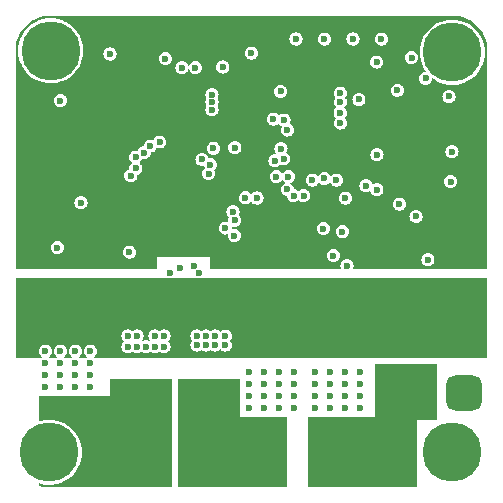
<source format=gbr>
%TF.GenerationSoftware,KiCad,Pcbnew,7.0.6*%
%TF.CreationDate,2023-10-03T21:22:34+08:00*%
%TF.ProjectId,CawDrive,43617744-7269-4766-952e-6b696361645f,rev?*%
%TF.SameCoordinates,Original*%
%TF.FileFunction,Copper,L2,Inr*%
%TF.FilePolarity,Positive*%
%FSLAX46Y46*%
G04 Gerber Fmt 4.6, Leading zero omitted, Abs format (unit mm)*
G04 Created by KiCad (PCBNEW 7.0.6) date 2023-10-03 21:22:34*
%MOMM*%
%LPD*%
G01*
G04 APERTURE LIST*
G04 Aperture macros list*
%AMRoundRect*
0 Rectangle with rounded corners*
0 $1 Rounding radius*
0 $2 $3 $4 $5 $6 $7 $8 $9 X,Y pos of 4 corners*
0 Add a 4 corners polygon primitive as box body*
4,1,4,$2,$3,$4,$5,$6,$7,$8,$9,$2,$3,0*
0 Add four circle primitives for the rounded corners*
1,1,$1+$1,$2,$3*
1,1,$1+$1,$4,$5*
1,1,$1+$1,$6,$7*
1,1,$1+$1,$8,$9*
0 Add four rect primitives between the rounded corners*
20,1,$1+$1,$2,$3,$4,$5,0*
20,1,$1+$1,$4,$5,$6,$7,0*
20,1,$1+$1,$6,$7,$8,$9,0*
20,1,$1+$1,$8,$9,$2,$3,0*%
G04 Aperture macros list end*
%TA.AperFunction,ComponentPad*%
%ADD10RoundRect,0.750000X-0.750000X-0.750000X0.750000X-0.750000X0.750000X0.750000X-0.750000X0.750000X0*%
%TD*%
%TA.AperFunction,ComponentPad*%
%ADD11C,0.800000*%
%TD*%
%TA.AperFunction,ComponentPad*%
%ADD12C,5.000000*%
%TD*%
%TA.AperFunction,ViaPad*%
%ADD13C,0.600000*%
%TD*%
%TA.AperFunction,ViaPad*%
%ADD14C,0.800000*%
%TD*%
G04 APERTURE END LIST*
D10*
%TO.N,GND1*%
%TO.C,H8*%
X158000000Y-96000000D03*
%TD*%
D11*
%TO.N,unconnected-(H2-Pad1)*%
%TO.C,H2*%
X155125000Y-73125000D03*
X155674175Y-71799175D03*
X155674175Y-74450825D03*
X157000000Y-71250000D03*
D12*
X157000000Y-73125000D03*
D11*
X157000000Y-75000000D03*
X158325825Y-71799175D03*
X158325825Y-74450825D03*
X158875000Y-73125000D03*
%TD*%
D10*
%TO.N,/DRV8323RSRGZR/PHASB*%
%TO.C,H6*%
X140000000Y-108000000D03*
%TD*%
D11*
%TO.N,unconnected-(H4-Pad1)*%
%TO.C,H4*%
X121000000Y-107000000D03*
X121549175Y-105674175D03*
X121549175Y-108325825D03*
X122875000Y-105125000D03*
D12*
X122875000Y-107000000D03*
D11*
X122875000Y-108875000D03*
X124200825Y-105674175D03*
X124200825Y-108325825D03*
X124750000Y-107000000D03*
%TD*%
D10*
%TO.N,/DRV8323RSRGZR/PHASC*%
%TO.C,H7*%
X149000000Y-108000000D03*
%TD*%
%TO.N,+36V*%
%TO.C,H9*%
X158000000Y-102000000D03*
%TD*%
D11*
%TO.N,unconnected-(H1-Pad1)*%
%TO.C,H1*%
X121125000Y-73000000D03*
X121674175Y-71674175D03*
X121674175Y-74325825D03*
X123000000Y-71125000D03*
D12*
X123000000Y-73000000D03*
D11*
X123000000Y-74875000D03*
X124325825Y-71674175D03*
X124325825Y-74325825D03*
X124875000Y-73000000D03*
%TD*%
%TO.N,unconnected-(H3-Pad1)*%
%TO.C,H3*%
X155125000Y-107000000D03*
X155674175Y-105674175D03*
X155674175Y-108325825D03*
X157000000Y-105125000D03*
D12*
X157000000Y-107000000D03*
D11*
X157000000Y-108875000D03*
X158325825Y-105674175D03*
X158325825Y-108325825D03*
X158875000Y-107000000D03*
%TD*%
D10*
%TO.N,/DRV8323RSRGZR/PHASA*%
%TO.C,H5*%
X131000000Y-108000000D03*
%TD*%
D13*
%TO.N,GND1*%
X125984000Y-93726000D03*
X148971000Y-94742000D03*
X148971000Y-93980000D03*
X146685000Y-94742000D03*
X146685000Y-93980000D03*
X143510000Y-94742000D03*
X143510000Y-93980000D03*
X141224000Y-94742000D03*
X141224000Y-93980000D03*
%TO.N,/DRV8323RSRGZR/PHASA*%
X125095000Y-103759000D03*
X123825000Y-103759000D03*
X122555000Y-103759000D03*
%TO.N,GND1*%
X138303000Y-94742000D03*
%TO.N,/DRV8323RSRGZR/SPA*%
X132588000Y-98044000D03*
X131826000Y-98044000D03*
X131826000Y-97155000D03*
X130302000Y-97155000D03*
%TO.N,GND1*%
X132461000Y-94742000D03*
X131699000Y-94742000D03*
X130810000Y-94742000D03*
X130048000Y-94742000D03*
%TO.N,+36V*%
X146685000Y-103251000D03*
X145415000Y-103251000D03*
X149225000Y-103251000D03*
X147955000Y-103251000D03*
X146685000Y-102235000D03*
X145415000Y-102235000D03*
X149225000Y-102235000D03*
X147955000Y-102235000D03*
X146685000Y-101219000D03*
X145415000Y-101219000D03*
X149225000Y-101219000D03*
X147955000Y-101219000D03*
X141097000Y-103251000D03*
X143637000Y-103251000D03*
X142367000Y-103251000D03*
X139827000Y-103251000D03*
X141097000Y-102235000D03*
X143637000Y-102235000D03*
X142367000Y-102235000D03*
X139827000Y-102235000D03*
X141097000Y-101219000D03*
X143637000Y-101219000D03*
X142367000Y-101219000D03*
X139827000Y-101219000D03*
%TO.N,/DRV8323RSRGZR/PHASB*%
X136779000Y-102362000D03*
X138049000Y-102362000D03*
X135509000Y-102362000D03*
X134239000Y-102362000D03*
X136779000Y-103378000D03*
X138049000Y-103378000D03*
X135509000Y-103378000D03*
X134239000Y-103378000D03*
%TO.N,/DRV8323RSRGZR/SPA*%
X129540000Y-97155000D03*
%TO.N,/DRV8323RSRGZR/PHASA*%
X131064000Y-102362000D03*
X128524000Y-102362000D03*
X132334000Y-102362000D03*
X129794000Y-102362000D03*
X131064000Y-103378000D03*
X128524000Y-103378000D03*
X132334000Y-103378000D03*
X129794000Y-103378000D03*
X129794000Y-104394000D03*
%TO.N,+36V*%
X126365000Y-101473000D03*
X123825000Y-101473000D03*
X125095000Y-101473000D03*
X122555000Y-101473000D03*
%TO.N,/DRV8323RSRGZR/PHASA*%
X125095000Y-102743000D03*
X123825000Y-102743000D03*
X122500000Y-102750000D03*
%TO.N,GND*%
X122263500Y-90080500D03*
%TO.N,GND1*%
X152527000Y-98425000D03*
X125095000Y-93726000D03*
X124206000Y-93726000D03*
X123317000Y-93726000D03*
X122428000Y-93726000D03*
X121539000Y-93726000D03*
X120650000Y-93726000D03*
X131699000Y-93980000D03*
X147447000Y-93980000D03*
X139700000Y-93980000D03*
%TO.N,GND*%
X132842000Y-83312000D03*
%TO.N,GND1*%
X148209000Y-94742000D03*
%TO.N,GND*%
X135890000Y-86360000D03*
%TO.N,GND1*%
X141986000Y-93980000D03*
%TO.N,GND*%
X129794000Y-86360000D03*
%TO.N,GND1*%
X139700000Y-94742000D03*
X142748000Y-94742000D03*
%TO.N,GND*%
X156874000Y-79274000D03*
%TO.N,GND1*%
X141986000Y-94742000D03*
%TO.N,GND*%
X138773500Y-74384500D03*
%TO.N,GND1*%
X145923000Y-94742000D03*
%TO.N,GND*%
X128510000Y-78760000D03*
X132715000Y-75491000D03*
X123571000Y-90805000D03*
X141351000Y-87376000D03*
%TO.N,GND1*%
X145161000Y-93980000D03*
X136652000Y-93980000D03*
X153797000Y-98425000D03*
%TO.N,GND*%
X133858000Y-86360000D03*
X130810000Y-87376000D03*
%TO.N,GND1*%
X155067000Y-97282000D03*
%TO.N,GND*%
X143360000Y-76660000D03*
X156845000Y-86487000D03*
D14*
X131191000Y-76962000D03*
D13*
X150114000Y-89281000D03*
%TO.N,GND1*%
X130048000Y-93980000D03*
%TO.N,GND*%
X153560000Y-74670000D03*
X132842000Y-85344000D03*
%TO.N,GND1*%
X137541000Y-94742000D03*
%TO.N,GND*%
X134874000Y-87376000D03*
%TO.N,GND1*%
X140462000Y-93980000D03*
X148209000Y-93980000D03*
X140462000Y-94742000D03*
%TO.N,GND*%
X133858000Y-84328000D03*
%TO.N,GND1*%
X132461000Y-93980000D03*
%TO.N,GND*%
X155702000Y-90678000D03*
X131826000Y-84328000D03*
X131826000Y-88392000D03*
X153110000Y-86990000D03*
%TO.N,GND1*%
X136652000Y-94742000D03*
%TO.N,GND*%
X138938000Y-82550000D03*
X130400000Y-73279000D03*
%TO.N,GND1*%
X133096000Y-91821000D03*
%TO.N,GND*%
X131826000Y-86360000D03*
X155702000Y-82296000D03*
X154775500Y-86868000D03*
%TO.N,GND1*%
X145161000Y-94742000D03*
X155067000Y-98425000D03*
X137541000Y-93980000D03*
X142748000Y-93980000D03*
X135532652Y-91844652D03*
X153670000Y-97282000D03*
X147447000Y-94742000D03*
%TO.N,GND*%
X133858000Y-88392000D03*
X130810000Y-85344000D03*
X155610000Y-78486000D03*
X148831905Y-84708095D03*
X141351000Y-72009000D03*
X149910000Y-77180000D03*
X132842000Y-89408000D03*
%TO.N,GND1*%
X130810000Y-93980000D03*
X135890000Y-94742000D03*
X145923000Y-93980000D03*
X135890000Y-93980000D03*
%TO.N,GND*%
X132842000Y-87376000D03*
X134874000Y-85344000D03*
%TO.N,+3.3V*%
X149700000Y-84430000D03*
X149109697Y-77121745D03*
X134112000Y-74422000D03*
X128016000Y-73279000D03*
X138581568Y-87368377D03*
X138557000Y-88646000D03*
X138595882Y-81191882D03*
X156730000Y-76870000D03*
X140000000Y-73198000D03*
X142479937Y-76426750D03*
X150620000Y-84760000D03*
X154940000Y-90678000D03*
X136667162Y-77339220D03*
X140462000Y-85471000D03*
X136652000Y-77978000D03*
X154750000Y-75340000D03*
X136652000Y-76708000D03*
X139480000Y-85450000D03*
X153560000Y-73570000D03*
%TO.N,+5V*%
X123825000Y-77216000D03*
X146939000Y-90356500D03*
X123571000Y-89662000D03*
%TO.N,/RESET*%
X132715000Y-73660000D03*
X150622000Y-81788000D03*
%TO.N,+36V*%
X147955000Y-100203000D03*
X139827000Y-100203000D03*
X149225000Y-100203000D03*
X123825000Y-98425000D03*
X122555000Y-99441000D03*
X125095000Y-98425000D03*
X122555000Y-100457000D03*
X143637000Y-100203000D03*
X142367000Y-100203000D03*
X145415000Y-100203000D03*
X129667000Y-90043000D03*
X126365000Y-99441000D03*
X123825000Y-99441000D03*
X126365000Y-98425000D03*
X125576500Y-85852000D03*
X125095000Y-100457000D03*
X126365000Y-100457000D03*
X146685000Y-100203000D03*
X122555000Y-98425000D03*
X125095000Y-99441000D03*
X123825000Y-100457000D03*
X141097000Y-100203000D03*
%TO.N,/DRV8323RSRGZR/PHASA*%
X131064000Y-104394000D03*
X128524000Y-104394000D03*
X132334000Y-104394000D03*
%TO.N,/DRV8323RSRGZR/PHASB*%
X142367000Y-104521000D03*
X141097000Y-105664000D03*
X138049000Y-104394000D03*
X135509000Y-104394000D03*
X139827000Y-105664000D03*
X134239000Y-104394000D03*
X139827000Y-104521000D03*
X136779000Y-104394000D03*
X142367000Y-105664000D03*
X141097000Y-104521000D03*
%TO.N,/DRV8323RSRGZR/PHASC*%
X146685000Y-105664000D03*
X151257000Y-100750000D03*
X151257000Y-99822000D03*
X145415000Y-104521000D03*
X146685000Y-104521000D03*
X153797000Y-99822000D03*
X151257000Y-101727000D03*
X147955000Y-105664000D03*
X147955000Y-104521000D03*
X155067000Y-99822000D03*
X153797000Y-101727000D03*
X145415000Y-105664000D03*
X152527000Y-101727000D03*
X155067000Y-101727000D03*
X152527000Y-100750000D03*
X155067000Y-100750000D03*
X153797000Y-100750000D03*
X152527000Y-99822000D03*
%TO.N,/SPI1_NSS*%
X147540000Y-79110000D03*
X143764000Y-72009000D03*
%TO.N,/SPI1_MISO*%
X147531910Y-76580000D03*
X148590000Y-72009000D03*
%TO.N,/SPI1_MOSI*%
X147535640Y-77331893D03*
X151003000Y-72009000D03*
%TO.N,/SWDIO*%
X135250000Y-74422000D03*
X142114768Y-83659440D03*
%TO.N,/SWCLK*%
X137578500Y-74366590D03*
X143129000Y-83659440D03*
%TO.N,/DRV8323RSRGZR/SPA*%
X132588000Y-97155000D03*
X131064000Y-98044000D03*
X130302000Y-98044000D03*
X129540000Y-98044000D03*
%TO.N,/DRV8323RSRGZR/SPB*%
X135382000Y-97917000D03*
X136906000Y-97917000D03*
X135128000Y-91186000D03*
X137795000Y-97155000D03*
X133968090Y-91416090D03*
X137795000Y-97917000D03*
X136906000Y-97155000D03*
X135382000Y-97155000D03*
X136144000Y-97155000D03*
X136144000Y-97917000D03*
%TO.N,Net-(U1-BOOT0)*%
X152527000Y-85979000D03*
X147955000Y-85471000D03*
%TO.N,/SPI1_SCK*%
X147510000Y-78260000D03*
X146177000Y-72009000D03*
%TO.N,/SPI3_MISO*%
X144420000Y-85255670D03*
X136780000Y-81250000D03*
%TO.N,/TIM1_PWM_CH1N*%
X143050260Y-79707740D03*
X131440955Y-81056511D03*
%TO.N,/TIM1_PWM_CH2N*%
X142752706Y-78872391D03*
X130197292Y-82010000D03*
%TO.N,/TIM1_PWM_CH3N*%
X141859000Y-78781910D03*
X129788590Y-83581410D03*
%TO.N,/TIM1_PWM_CH1*%
X142494000Y-81280000D03*
X132224647Y-80714647D03*
%TO.N,/TIM1_PWM_CH2*%
X142723301Y-82148540D03*
X130915183Y-81621345D03*
%TO.N,/TIM1_PWM_CH3*%
X141986000Y-82296000D03*
X130211162Y-82959485D03*
%TO.N,/SPI3_NSS*%
X135812032Y-82192032D03*
X143031910Y-84723760D03*
%TO.N,/SPI3_SCK*%
X143570000Y-85255670D03*
X136518470Y-82641189D03*
%TO.N,/SPI3_MOSI*%
X145161000Y-83947000D03*
X136369895Y-83404937D03*
%TO.N,/USART2_TX*%
X152350000Y-76340000D03*
X156870000Y-84074000D03*
%TO.N,/USART2_RX*%
X156972000Y-81534000D03*
X150610000Y-73950000D03*
%TO.N,/ADC1_IN8*%
X138430000Y-86631910D03*
X147193000Y-83947000D03*
%TO.N,/ADC1_IN9*%
X146168292Y-83804782D03*
X137795000Y-88011000D03*
%TO.N,/CAN_RX*%
X147701000Y-88325540D03*
X148082000Y-91186000D03*
%TO.N,/CAN_STB*%
X153940000Y-87010000D03*
X146079510Y-88060000D03*
%TD*%
%TA.AperFunction,Conductor*%
%TO.N,/DRV8323RSRGZR/PHASB*%
G36*
X138988577Y-100761423D02*
G01*
X139000000Y-100789000D01*
X139000000Y-104000000D01*
X142961000Y-104000000D01*
X142988577Y-104011423D01*
X143000000Y-104039000D01*
X143000000Y-109935100D01*
X142988577Y-109962677D01*
X142961000Y-109974100D01*
X133789000Y-109974100D01*
X133761423Y-109962677D01*
X133750000Y-109935100D01*
X133750000Y-100789000D01*
X133761423Y-100761423D01*
X133789000Y-100750000D01*
X138961000Y-100750000D01*
X138988577Y-100761423D01*
G37*
%TD.AperFunction*%
%TD*%
%TA.AperFunction,Conductor*%
%TO.N,GND1*%
G36*
X159962677Y-92261423D02*
G01*
X159974100Y-92289000D01*
X159974100Y-98961000D01*
X159962677Y-98988577D01*
X159935100Y-99000000D01*
X126714383Y-99000000D01*
X126690641Y-98991940D01*
X126654151Y-98963939D01*
X126639227Y-98938089D01*
X126646953Y-98909257D01*
X126654145Y-98902063D01*
X126760474Y-98820474D01*
X126849355Y-98704643D01*
X126905228Y-98569754D01*
X126920042Y-98457228D01*
X126924285Y-98425003D01*
X126924285Y-98424996D01*
X126905229Y-98280249D01*
X126849355Y-98145359D01*
X126849354Y-98145357D01*
X126771583Y-98044003D01*
X128980715Y-98044003D01*
X128999771Y-98188753D01*
X129055644Y-98323641D01*
X129055645Y-98323643D01*
X129144525Y-98439474D01*
X129233406Y-98507674D01*
X129260357Y-98528355D01*
X129360303Y-98569754D01*
X129395246Y-98584228D01*
X129539997Y-98603285D01*
X129540000Y-98603285D01*
X129540003Y-98603285D01*
X129648565Y-98588992D01*
X129684754Y-98584228D01*
X129819643Y-98528355D01*
X129897258Y-98468797D01*
X129926090Y-98461073D01*
X129944741Y-98468797D01*
X130022357Y-98528355D01*
X130122303Y-98569754D01*
X130157246Y-98584228D01*
X130301997Y-98603285D01*
X130302000Y-98603285D01*
X130302003Y-98603285D01*
X130410565Y-98588992D01*
X130446754Y-98584228D01*
X130581643Y-98528355D01*
X130659258Y-98468797D01*
X130688090Y-98461073D01*
X130706741Y-98468797D01*
X130784357Y-98528355D01*
X130884303Y-98569754D01*
X130919246Y-98584228D01*
X131063997Y-98603285D01*
X131064000Y-98603285D01*
X131064003Y-98603285D01*
X131172565Y-98588992D01*
X131208754Y-98584228D01*
X131343643Y-98528355D01*
X131421258Y-98468797D01*
X131450090Y-98461073D01*
X131468741Y-98468797D01*
X131546357Y-98528355D01*
X131646303Y-98569754D01*
X131681246Y-98584228D01*
X131825997Y-98603285D01*
X131826000Y-98603285D01*
X131826003Y-98603285D01*
X131934565Y-98588992D01*
X131970754Y-98584228D01*
X132105643Y-98528355D01*
X132183258Y-98468797D01*
X132212090Y-98461073D01*
X132230741Y-98468797D01*
X132308357Y-98528355D01*
X132408303Y-98569754D01*
X132443246Y-98584228D01*
X132587997Y-98603285D01*
X132588000Y-98603285D01*
X132588003Y-98603285D01*
X132696565Y-98588992D01*
X132732754Y-98584228D01*
X132867643Y-98528355D01*
X132983474Y-98439474D01*
X133072355Y-98323643D01*
X133128228Y-98188754D01*
X133147285Y-98044000D01*
X133147285Y-98043996D01*
X133130566Y-97917003D01*
X134822715Y-97917003D01*
X134841771Y-98061753D01*
X134897644Y-98196641D01*
X134897645Y-98196643D01*
X134986525Y-98312474D01*
X135024741Y-98341798D01*
X135102357Y-98401355D01*
X135194384Y-98439474D01*
X135237246Y-98457228D01*
X135381997Y-98476285D01*
X135382000Y-98476285D01*
X135382003Y-98476285D01*
X135497548Y-98461073D01*
X135526754Y-98457228D01*
X135661643Y-98401355D01*
X135739258Y-98341797D01*
X135768090Y-98334073D01*
X135786741Y-98341797D01*
X135864357Y-98401355D01*
X135956384Y-98439474D01*
X135999246Y-98457228D01*
X136143997Y-98476285D01*
X136144000Y-98476285D01*
X136144003Y-98476285D01*
X136259548Y-98461073D01*
X136288754Y-98457228D01*
X136423643Y-98401355D01*
X136501258Y-98341797D01*
X136530090Y-98334073D01*
X136548741Y-98341797D01*
X136626357Y-98401355D01*
X136718384Y-98439474D01*
X136761246Y-98457228D01*
X136905997Y-98476285D01*
X136906000Y-98476285D01*
X136906003Y-98476285D01*
X137021548Y-98461073D01*
X137050754Y-98457228D01*
X137185643Y-98401355D01*
X137301474Y-98312474D01*
X137309580Y-98301909D01*
X137319559Y-98288906D01*
X137345409Y-98273981D01*
X137374241Y-98281706D01*
X137381441Y-98288906D01*
X137399524Y-98312472D01*
X137399526Y-98312474D01*
X137515357Y-98401355D01*
X137607384Y-98439474D01*
X137650246Y-98457228D01*
X137794997Y-98476285D01*
X137795000Y-98476285D01*
X137795003Y-98476285D01*
X137910548Y-98461073D01*
X137939754Y-98457228D01*
X138074643Y-98401355D01*
X138190474Y-98312474D01*
X138279355Y-98196643D01*
X138335228Y-98061754D01*
X138351172Y-97940645D01*
X138354285Y-97917003D01*
X138354285Y-97916996D01*
X138335229Y-97772249D01*
X138331961Y-97764359D01*
X138279355Y-97637358D01*
X138219796Y-97559740D01*
X138212072Y-97530910D01*
X138219798Y-97512258D01*
X138226310Y-97503772D01*
X138279355Y-97434643D01*
X138335228Y-97299754D01*
X138354285Y-97155000D01*
X138354285Y-97154996D01*
X138335229Y-97010249D01*
X138279355Y-96875359D01*
X138279354Y-96875357D01*
X138190474Y-96759525D01*
X138074643Y-96670645D01*
X138074641Y-96670644D01*
X137939753Y-96614771D01*
X137795003Y-96595715D01*
X137794997Y-96595715D01*
X137650249Y-96614770D01*
X137515359Y-96670644D01*
X137515357Y-96670645D01*
X137399523Y-96759527D01*
X137381440Y-96783094D01*
X137355590Y-96798018D01*
X137326758Y-96790292D01*
X137319560Y-96783094D01*
X137301476Y-96759527D01*
X137185643Y-96670645D01*
X137185641Y-96670644D01*
X137050753Y-96614771D01*
X136906003Y-96595715D01*
X136905997Y-96595715D01*
X136761249Y-96614770D01*
X136626359Y-96670644D01*
X136626353Y-96670648D01*
X136548741Y-96730201D01*
X136519909Y-96737926D01*
X136501258Y-96730201D01*
X136423643Y-96670645D01*
X136423641Y-96670644D01*
X136288753Y-96614771D01*
X136144003Y-96595715D01*
X136143997Y-96595715D01*
X135999249Y-96614770D01*
X135864359Y-96670644D01*
X135864353Y-96670648D01*
X135786741Y-96730201D01*
X135757909Y-96737926D01*
X135739258Y-96730201D01*
X135661643Y-96670645D01*
X135661641Y-96670644D01*
X135526753Y-96614771D01*
X135382003Y-96595715D01*
X135381997Y-96595715D01*
X135237249Y-96614770D01*
X135102359Y-96670644D01*
X135102357Y-96670645D01*
X134986525Y-96759525D01*
X134897645Y-96875357D01*
X134897644Y-96875359D01*
X134841770Y-97010249D01*
X134822715Y-97154996D01*
X134822715Y-97155003D01*
X134841771Y-97299753D01*
X134897644Y-97434641D01*
X134897645Y-97434643D01*
X134957201Y-97512258D01*
X134964926Y-97541091D01*
X134957201Y-97559741D01*
X134897648Y-97637353D01*
X134897644Y-97637359D01*
X134841770Y-97772249D01*
X134822715Y-97916996D01*
X134822715Y-97917003D01*
X133130566Y-97917003D01*
X133128229Y-97899249D01*
X133128228Y-97899246D01*
X133072355Y-97764358D01*
X132983474Y-97648526D01*
X132983472Y-97648525D01*
X132983472Y-97648524D01*
X132959906Y-97630441D01*
X132944981Y-97604591D01*
X132952706Y-97575759D01*
X132959906Y-97568559D01*
X132972909Y-97558580D01*
X132983474Y-97550474D01*
X133072355Y-97434643D01*
X133128228Y-97299754D01*
X133147285Y-97155000D01*
X133147285Y-97154996D01*
X133128229Y-97010249D01*
X133072355Y-96875359D01*
X133072354Y-96875357D01*
X132983474Y-96759525D01*
X132867643Y-96670645D01*
X132867641Y-96670644D01*
X132732753Y-96614771D01*
X132588003Y-96595715D01*
X132587997Y-96595715D01*
X132443249Y-96614770D01*
X132308359Y-96670644D01*
X132308353Y-96670648D01*
X132230741Y-96730201D01*
X132201909Y-96737926D01*
X132183258Y-96730201D01*
X132105643Y-96670645D01*
X132105641Y-96670644D01*
X131970753Y-96614771D01*
X131826003Y-96595715D01*
X131825997Y-96595715D01*
X131681249Y-96614770D01*
X131546359Y-96670644D01*
X131546357Y-96670645D01*
X131430525Y-96759525D01*
X131341645Y-96875357D01*
X131341644Y-96875359D01*
X131285770Y-97010249D01*
X131266715Y-97154996D01*
X131266715Y-97155003D01*
X131285771Y-97299753D01*
X131341644Y-97434641D01*
X131341645Y-97434643D01*
X131392907Y-97501448D01*
X131400632Y-97530280D01*
X131385708Y-97556131D01*
X131356876Y-97563856D01*
X131346168Y-97560224D01*
X131346004Y-97560623D01*
X131208753Y-97503771D01*
X131064003Y-97484715D01*
X131063997Y-97484715D01*
X130919249Y-97503770D01*
X130781997Y-97560623D01*
X130781533Y-97559503D01*
X130755899Y-97562852D01*
X130732237Y-97544656D01*
X130728371Y-97515058D01*
X130735091Y-97501450D01*
X130786355Y-97434643D01*
X130842228Y-97299754D01*
X130861285Y-97155000D01*
X130861285Y-97154996D01*
X130842229Y-97010249D01*
X130786355Y-96875359D01*
X130786354Y-96875357D01*
X130697474Y-96759525D01*
X130581643Y-96670645D01*
X130581641Y-96670644D01*
X130446753Y-96614771D01*
X130302003Y-96595715D01*
X130301997Y-96595715D01*
X130157249Y-96614770D01*
X130022359Y-96670644D01*
X130022353Y-96670648D01*
X129944741Y-96730201D01*
X129915909Y-96737926D01*
X129897258Y-96730201D01*
X129819643Y-96670645D01*
X129819641Y-96670644D01*
X129684753Y-96614771D01*
X129540003Y-96595715D01*
X129539997Y-96595715D01*
X129395249Y-96614770D01*
X129260359Y-96670644D01*
X129260357Y-96670645D01*
X129144525Y-96759525D01*
X129055645Y-96875357D01*
X129055644Y-96875359D01*
X128999770Y-97010249D01*
X128980715Y-97154996D01*
X128980715Y-97155003D01*
X128999771Y-97299753D01*
X129055644Y-97434641D01*
X129055645Y-97434643D01*
X129144527Y-97550476D01*
X129168094Y-97568560D01*
X129183018Y-97594410D01*
X129175292Y-97623242D01*
X129168094Y-97630440D01*
X129144527Y-97648523D01*
X129055645Y-97764357D01*
X129055644Y-97764359D01*
X128999770Y-97899249D01*
X128980715Y-98043996D01*
X128980715Y-98044003D01*
X126771583Y-98044003D01*
X126760474Y-98029525D01*
X126644643Y-97940645D01*
X126644641Y-97940644D01*
X126509753Y-97884771D01*
X126365003Y-97865715D01*
X126364997Y-97865715D01*
X126220249Y-97884770D01*
X126085359Y-97940644D01*
X126085357Y-97940645D01*
X125969525Y-98029525D01*
X125880645Y-98145357D01*
X125880644Y-98145359D01*
X125824770Y-98280249D01*
X125805715Y-98424996D01*
X125805715Y-98425003D01*
X125824771Y-98569753D01*
X125880644Y-98704641D01*
X125880645Y-98704643D01*
X125969525Y-98820474D01*
X126054425Y-98885620D01*
X126075847Y-98902058D01*
X126075849Y-98902059D01*
X126090773Y-98927910D01*
X126083048Y-98956742D01*
X126075849Y-98963940D01*
X126039360Y-98991940D01*
X126015618Y-99000000D01*
X125444383Y-99000000D01*
X125420641Y-98991940D01*
X125384151Y-98963939D01*
X125369227Y-98938089D01*
X125376953Y-98909257D01*
X125384145Y-98902063D01*
X125490474Y-98820474D01*
X125579355Y-98704643D01*
X125635228Y-98569754D01*
X125650042Y-98457228D01*
X125654285Y-98425003D01*
X125654285Y-98424996D01*
X125635229Y-98280249D01*
X125579355Y-98145359D01*
X125579354Y-98145357D01*
X125490474Y-98029525D01*
X125374643Y-97940645D01*
X125374641Y-97940644D01*
X125239753Y-97884771D01*
X125095003Y-97865715D01*
X125094997Y-97865715D01*
X124950249Y-97884770D01*
X124815359Y-97940644D01*
X124815357Y-97940645D01*
X124699525Y-98029525D01*
X124610645Y-98145357D01*
X124610644Y-98145359D01*
X124554770Y-98280249D01*
X124535715Y-98424996D01*
X124535715Y-98425003D01*
X124554771Y-98569753D01*
X124610644Y-98704641D01*
X124610645Y-98704643D01*
X124699525Y-98820474D01*
X124784425Y-98885620D01*
X124805847Y-98902058D01*
X124805849Y-98902059D01*
X124820773Y-98927910D01*
X124813048Y-98956742D01*
X124805849Y-98963940D01*
X124769360Y-98991940D01*
X124745618Y-99000000D01*
X124174383Y-99000000D01*
X124150641Y-98991940D01*
X124114151Y-98963939D01*
X124099227Y-98938089D01*
X124106953Y-98909257D01*
X124114145Y-98902063D01*
X124220474Y-98820474D01*
X124309355Y-98704643D01*
X124365228Y-98569754D01*
X124380042Y-98457228D01*
X124384285Y-98425003D01*
X124384285Y-98424996D01*
X124365229Y-98280249D01*
X124309355Y-98145359D01*
X124309354Y-98145357D01*
X124220474Y-98029525D01*
X124104643Y-97940645D01*
X124104641Y-97940644D01*
X123969753Y-97884771D01*
X123825003Y-97865715D01*
X123824997Y-97865715D01*
X123680249Y-97884770D01*
X123545359Y-97940644D01*
X123545357Y-97940645D01*
X123429525Y-98029525D01*
X123340645Y-98145357D01*
X123340644Y-98145359D01*
X123284770Y-98280249D01*
X123265715Y-98424996D01*
X123265715Y-98425003D01*
X123284771Y-98569753D01*
X123340644Y-98704641D01*
X123340645Y-98704643D01*
X123429525Y-98820474D01*
X123514425Y-98885620D01*
X123535847Y-98902058D01*
X123535849Y-98902059D01*
X123550773Y-98927910D01*
X123543048Y-98956742D01*
X123535849Y-98963940D01*
X123499360Y-98991940D01*
X123475618Y-99000000D01*
X122904383Y-99000000D01*
X122880641Y-98991940D01*
X122844151Y-98963939D01*
X122829227Y-98938089D01*
X122836953Y-98909257D01*
X122844145Y-98902063D01*
X122950474Y-98820474D01*
X123039355Y-98704643D01*
X123095228Y-98569754D01*
X123110042Y-98457228D01*
X123114285Y-98425003D01*
X123114285Y-98424996D01*
X123095229Y-98280249D01*
X123039355Y-98145359D01*
X123039354Y-98145357D01*
X122950474Y-98029525D01*
X122834643Y-97940645D01*
X122834641Y-97940644D01*
X122699753Y-97884771D01*
X122555003Y-97865715D01*
X122554997Y-97865715D01*
X122410249Y-97884770D01*
X122275359Y-97940644D01*
X122275357Y-97940645D01*
X122159525Y-98029525D01*
X122070645Y-98145357D01*
X122070644Y-98145359D01*
X122014770Y-98280249D01*
X121995715Y-98424996D01*
X121995715Y-98425003D01*
X122014771Y-98569753D01*
X122070644Y-98704641D01*
X122070645Y-98704643D01*
X122159525Y-98820474D01*
X122244425Y-98885620D01*
X122265847Y-98902058D01*
X122265849Y-98902059D01*
X122280773Y-98927910D01*
X122273048Y-98956742D01*
X122265849Y-98963940D01*
X122229360Y-98991940D01*
X122205618Y-99000000D01*
X120064900Y-99000000D01*
X120037323Y-98988577D01*
X120025900Y-98961000D01*
X120025900Y-92289000D01*
X120037323Y-92261423D01*
X120064900Y-92250000D01*
X159935100Y-92250000D01*
X159962677Y-92261423D01*
G37*
%TD.AperFunction*%
%TD*%
%TA.AperFunction,Conductor*%
%TO.N,/DRV8323RSRGZR/PHASA*%
G36*
X133238577Y-100761423D02*
G01*
X133250000Y-100789000D01*
X133250000Y-109935100D01*
X133238577Y-109962677D01*
X133211000Y-109974100D01*
X123000519Y-109974100D01*
X122999499Y-109974073D01*
X122690140Y-109957860D01*
X122688109Y-109957647D01*
X122382657Y-109909268D01*
X122380659Y-109908843D01*
X122081944Y-109828802D01*
X122080001Y-109828171D01*
X122025024Y-109807067D01*
X122003372Y-109786520D01*
X122000000Y-109770657D01*
X122000000Y-109665477D01*
X122011423Y-109637900D01*
X122039000Y-109626477D01*
X122050593Y-109628241D01*
X122185811Y-109670377D01*
X122214599Y-109679348D01*
X122542369Y-109739414D01*
X122542373Y-109739415D01*
X122578270Y-109741586D01*
X122875000Y-109759535D01*
X123188653Y-109740562D01*
X123207626Y-109739415D01*
X123207630Y-109739414D01*
X123330071Y-109716976D01*
X123535400Y-109679348D01*
X123853545Y-109580210D01*
X124157420Y-109443447D01*
X124442595Y-109271053D01*
X124704910Y-109065542D01*
X124940542Y-108829910D01*
X125146053Y-108567595D01*
X125318447Y-108282420D01*
X125455210Y-107978545D01*
X125554348Y-107660400D01*
X125614415Y-107332625D01*
X125634535Y-107000000D01*
X125614415Y-106667375D01*
X125554348Y-106339600D01*
X125455210Y-106021455D01*
X125318447Y-105717580D01*
X125146053Y-105432405D01*
X124940542Y-105170090D01*
X124704910Y-104934458D01*
X124442595Y-104728947D01*
X124157420Y-104556553D01*
X124157418Y-104556552D01*
X123853545Y-104419789D01*
X123853538Y-104419787D01*
X123535400Y-104320651D01*
X123207630Y-104260585D01*
X123207626Y-104260584D01*
X122875000Y-104240465D01*
X122542373Y-104260584D01*
X122542369Y-104260585D01*
X122214599Y-104320651D01*
X122050603Y-104371755D01*
X122020876Y-104369054D01*
X122001766Y-104346124D01*
X122000000Y-104334521D01*
X122000000Y-102289000D01*
X122011423Y-102261423D01*
X122039000Y-102250000D01*
X128000000Y-102250000D01*
X128000000Y-100789000D01*
X128011423Y-100761423D01*
X128039000Y-100750000D01*
X133211000Y-100750000D01*
X133238577Y-100761423D01*
G37*
%TD.AperFunction*%
%TD*%
%TA.AperFunction,Conductor*%
%TO.N,/DRV8323RSRGZR/PHASC*%
G36*
X155738577Y-99511423D02*
G01*
X155750000Y-99539000D01*
X155750000Y-104211000D01*
X155738577Y-104238577D01*
X155711000Y-104250000D01*
X154000000Y-104250000D01*
X154000000Y-109935100D01*
X153988577Y-109962677D01*
X153961000Y-109974100D01*
X144789000Y-109974100D01*
X144761423Y-109962677D01*
X144750000Y-109935100D01*
X144750000Y-104039000D01*
X144761423Y-104011423D01*
X144789000Y-104000000D01*
X150500000Y-104000000D01*
X150500000Y-99539000D01*
X150511423Y-99511423D01*
X150539000Y-99500000D01*
X155711000Y-99500000D01*
X155738577Y-99511423D01*
G37*
%TD.AperFunction*%
%TD*%
%TA.AperFunction,Conductor*%
%TO.N,GND*%
G36*
X157000501Y-70025927D02*
G01*
X157309859Y-70042139D01*
X157311884Y-70042351D01*
X157617348Y-70090732D01*
X157619335Y-70091154D01*
X157918064Y-70171199D01*
X157919991Y-70171825D01*
X158208722Y-70282658D01*
X158210584Y-70283487D01*
X158486150Y-70423895D01*
X158487907Y-70424911D01*
X158747273Y-70593345D01*
X158748926Y-70594546D01*
X158989267Y-70789170D01*
X158990785Y-70790537D01*
X159209462Y-71009214D01*
X159210829Y-71010732D01*
X159405453Y-71251073D01*
X159406654Y-71252726D01*
X159575088Y-71512092D01*
X159576107Y-71513855D01*
X159581605Y-71524645D01*
X159716510Y-71789411D01*
X159717341Y-71791277D01*
X159828171Y-72080000D01*
X159828802Y-72081943D01*
X159908843Y-72380659D01*
X159909268Y-72382657D01*
X159957647Y-72688109D01*
X159957860Y-72690140D01*
X159974073Y-72999498D01*
X159974100Y-73000518D01*
X159974100Y-91461000D01*
X159962677Y-91488577D01*
X159935100Y-91500000D01*
X148610491Y-91500000D01*
X148582914Y-91488577D01*
X148571491Y-91461000D01*
X148574460Y-91446075D01*
X148582972Y-91425526D01*
X148622228Y-91330754D01*
X148628808Y-91280772D01*
X148641285Y-91186003D01*
X148641285Y-91185996D01*
X148622229Y-91041249D01*
X148622228Y-91041246D01*
X148566355Y-90906358D01*
X148516092Y-90840854D01*
X148477474Y-90790525D01*
X148361643Y-90701645D01*
X148361641Y-90701644D01*
X148304567Y-90678003D01*
X154380715Y-90678003D01*
X154399771Y-90822753D01*
X154455644Y-90957641D01*
X154455645Y-90957643D01*
X154544525Y-91073474D01*
X154626595Y-91136448D01*
X154660357Y-91162355D01*
X154795246Y-91218227D01*
X154795246Y-91218228D01*
X154939997Y-91237285D01*
X154940000Y-91237285D01*
X154940003Y-91237285D01*
X155048565Y-91222992D01*
X155084754Y-91218228D01*
X155219643Y-91162355D01*
X155335474Y-91073474D01*
X155424355Y-90957643D01*
X155480228Y-90822754D01*
X155496172Y-90701645D01*
X155499285Y-90678003D01*
X155499285Y-90677996D01*
X155480229Y-90533249D01*
X155466457Y-90500000D01*
X155424355Y-90398358D01*
X155366257Y-90322643D01*
X155335474Y-90282525D01*
X155219643Y-90193645D01*
X155219641Y-90193644D01*
X155084753Y-90137771D01*
X154940003Y-90118715D01*
X154939997Y-90118715D01*
X154795249Y-90137770D01*
X154660359Y-90193644D01*
X154660357Y-90193645D01*
X154544525Y-90282525D01*
X154455645Y-90398357D01*
X154455644Y-90398359D01*
X154399770Y-90533249D01*
X154380715Y-90677996D01*
X154380715Y-90678003D01*
X148304567Y-90678003D01*
X148226753Y-90645771D01*
X148082003Y-90626715D01*
X148081997Y-90626715D01*
X147937249Y-90645770D01*
X147802359Y-90701644D01*
X147802357Y-90701645D01*
X147686525Y-90790525D01*
X147597645Y-90906357D01*
X147597644Y-90906359D01*
X147541770Y-91041249D01*
X147522715Y-91185996D01*
X147522715Y-91186003D01*
X147541771Y-91330753D01*
X147544212Y-91336645D01*
X147577119Y-91416090D01*
X147589540Y-91446075D01*
X147589540Y-91475924D01*
X147568434Y-91497031D01*
X147553509Y-91500000D01*
X136539000Y-91500000D01*
X136511423Y-91488577D01*
X136500000Y-91461000D01*
X136500000Y-90500000D01*
X132000000Y-90500000D01*
X132000000Y-91461000D01*
X131988577Y-91488577D01*
X131961000Y-91500000D01*
X120064900Y-91500000D01*
X120037323Y-91488577D01*
X120025900Y-91461000D01*
X120025900Y-89662003D01*
X123011715Y-89662003D01*
X123030771Y-89806753D01*
X123086644Y-89941641D01*
X123086645Y-89941643D01*
X123175525Y-90057474D01*
X123255336Y-90118715D01*
X123291357Y-90146355D01*
X123405525Y-90193645D01*
X123426246Y-90202228D01*
X123570997Y-90221285D01*
X123571000Y-90221285D01*
X123571003Y-90221285D01*
X123679565Y-90206992D01*
X123715754Y-90202228D01*
X123850643Y-90146355D01*
X123966474Y-90057474D01*
X123977578Y-90043003D01*
X129107715Y-90043003D01*
X129126771Y-90187753D01*
X129182644Y-90322641D01*
X129182645Y-90322643D01*
X129271525Y-90438474D01*
X129353340Y-90501253D01*
X129387357Y-90527355D01*
X129522246Y-90583228D01*
X129666997Y-90602285D01*
X129667000Y-90602285D01*
X129667003Y-90602285D01*
X129775565Y-90587992D01*
X129811754Y-90583228D01*
X129946643Y-90527355D01*
X130062474Y-90438474D01*
X130125373Y-90356503D01*
X146379715Y-90356503D01*
X146398771Y-90501253D01*
X146454644Y-90636141D01*
X146454645Y-90636143D01*
X146543525Y-90751974D01*
X146632406Y-90820174D01*
X146659357Y-90840855D01*
X146794245Y-90896728D01*
X146794246Y-90896728D01*
X146938997Y-90915785D01*
X146939000Y-90915785D01*
X146939003Y-90915785D01*
X147047565Y-90901492D01*
X147083754Y-90896728D01*
X147218643Y-90840855D01*
X147334474Y-90751974D01*
X147423355Y-90636143D01*
X147479228Y-90501254D01*
X147492774Y-90398359D01*
X147498285Y-90356503D01*
X147498285Y-90356496D01*
X147479229Y-90211749D01*
X147469290Y-90187754D01*
X147423355Y-90076858D01*
X147397372Y-90042996D01*
X147334474Y-89961025D01*
X147218643Y-89872145D01*
X147218641Y-89872144D01*
X147083753Y-89816271D01*
X146939003Y-89797215D01*
X146938997Y-89797215D01*
X146794249Y-89816270D01*
X146659359Y-89872144D01*
X146659357Y-89872145D01*
X146543525Y-89961025D01*
X146454645Y-90076857D01*
X146454644Y-90076859D01*
X146398770Y-90211749D01*
X146379715Y-90356496D01*
X146379715Y-90356503D01*
X130125373Y-90356503D01*
X130151355Y-90322643D01*
X130207228Y-90187754D01*
X130216317Y-90118715D01*
X130226285Y-90043003D01*
X130226285Y-90042996D01*
X130207229Y-89898249D01*
X130207228Y-89898246D01*
X130151355Y-89763358D01*
X130073583Y-89662003D01*
X130062474Y-89647525D01*
X129946643Y-89558645D01*
X129946641Y-89558644D01*
X129811753Y-89502771D01*
X129667003Y-89483715D01*
X129666997Y-89483715D01*
X129522249Y-89502770D01*
X129387359Y-89558644D01*
X129387357Y-89558645D01*
X129271525Y-89647525D01*
X129182645Y-89763357D01*
X129182644Y-89763359D01*
X129126770Y-89898249D01*
X129107715Y-90042996D01*
X129107715Y-90043003D01*
X123977578Y-90043003D01*
X124055355Y-89941643D01*
X124111228Y-89806754D01*
X124130285Y-89662000D01*
X124130285Y-89661996D01*
X124111229Y-89517249D01*
X124111228Y-89517246D01*
X124055355Y-89382358D01*
X124034674Y-89355405D01*
X123966474Y-89266525D01*
X123850643Y-89177645D01*
X123850641Y-89177644D01*
X123715753Y-89121771D01*
X123571003Y-89102715D01*
X123570997Y-89102715D01*
X123426249Y-89121770D01*
X123291359Y-89177644D01*
X123291357Y-89177645D01*
X123175525Y-89266525D01*
X123086645Y-89382357D01*
X123086644Y-89382359D01*
X123030770Y-89517249D01*
X123011715Y-89661996D01*
X123011715Y-89662003D01*
X120025900Y-89662003D01*
X120025900Y-88011003D01*
X137235715Y-88011003D01*
X137254771Y-88155753D01*
X137310644Y-88290641D01*
X137310645Y-88290643D01*
X137399525Y-88406474D01*
X137482696Y-88470293D01*
X137515357Y-88495355D01*
X137575744Y-88520368D01*
X137650246Y-88551228D01*
X137794997Y-88570285D01*
X137795000Y-88570285D01*
X137795003Y-88570285D01*
X137939750Y-88551229D01*
X137939751Y-88551228D01*
X137939754Y-88551228D01*
X137951846Y-88546218D01*
X137981694Y-88546217D01*
X138002801Y-88567322D01*
X138005437Y-88587339D01*
X137997715Y-88645996D01*
X137997715Y-88646003D01*
X138016771Y-88790753D01*
X138072644Y-88925641D01*
X138072645Y-88925643D01*
X138161525Y-89041474D01*
X138241336Y-89102715D01*
X138277357Y-89130355D01*
X138391525Y-89177645D01*
X138412246Y-89186228D01*
X138556997Y-89205285D01*
X138557000Y-89205285D01*
X138557003Y-89205285D01*
X138665565Y-89190992D01*
X138701754Y-89186228D01*
X138836643Y-89130355D01*
X138952474Y-89041474D01*
X139041355Y-88925643D01*
X139097228Y-88790754D01*
X139116285Y-88646000D01*
X139116285Y-88645996D01*
X139097229Y-88501249D01*
X139084407Y-88470294D01*
X139041355Y-88366358D01*
X138983257Y-88290643D01*
X138952474Y-88250525D01*
X138836643Y-88161645D01*
X138836641Y-88161644D01*
X138701753Y-88105771D01*
X138557003Y-88086715D01*
X138556997Y-88086715D01*
X138412248Y-88105770D01*
X138400152Y-88110781D01*
X138370302Y-88110780D01*
X138349196Y-88089673D01*
X138346562Y-88069658D01*
X138347833Y-88060003D01*
X145520225Y-88060003D01*
X145539281Y-88204753D01*
X145595154Y-88339641D01*
X145595155Y-88339643D01*
X145684035Y-88455474D01*
X145768607Y-88520368D01*
X145799867Y-88544355D01*
X145934756Y-88600227D01*
X145934756Y-88600228D01*
X146079507Y-88619285D01*
X146079510Y-88619285D01*
X146079513Y-88619285D01*
X146188075Y-88604992D01*
X146224264Y-88600228D01*
X146359153Y-88544355D01*
X146474984Y-88455474D01*
X146563865Y-88339643D01*
X146569705Y-88325543D01*
X147141715Y-88325543D01*
X147160771Y-88470293D01*
X147216644Y-88605181D01*
X147216645Y-88605183D01*
X147305525Y-88721014D01*
X147394406Y-88789214D01*
X147421357Y-88809895D01*
X147556245Y-88865768D01*
X147556246Y-88865768D01*
X147700997Y-88884825D01*
X147701000Y-88884825D01*
X147701003Y-88884825D01*
X147809565Y-88870532D01*
X147845754Y-88865768D01*
X147980643Y-88809895D01*
X148096474Y-88721014D01*
X148185355Y-88605183D01*
X148241228Y-88470294D01*
X148254911Y-88366359D01*
X148260285Y-88325543D01*
X148260285Y-88325536D01*
X148241229Y-88180789D01*
X148222938Y-88136631D01*
X148185355Y-88045898D01*
X148099120Y-87933514D01*
X148096474Y-87930065D01*
X147980643Y-87841185D01*
X147980641Y-87841184D01*
X147845753Y-87785311D01*
X147701003Y-87766255D01*
X147700997Y-87766255D01*
X147556249Y-87785310D01*
X147421359Y-87841184D01*
X147421357Y-87841185D01*
X147305525Y-87930065D01*
X147216645Y-88045897D01*
X147216644Y-88045899D01*
X147160770Y-88180789D01*
X147141715Y-88325536D01*
X147141715Y-88325543D01*
X146569705Y-88325543D01*
X146619738Y-88204754D01*
X146626189Y-88155753D01*
X146638795Y-88060003D01*
X146638795Y-88059996D01*
X146619739Y-87915249D01*
X146619738Y-87915246D01*
X146563865Y-87780358D01*
X146526265Y-87731357D01*
X146474984Y-87664525D01*
X146359153Y-87575645D01*
X146359151Y-87575644D01*
X146224263Y-87519771D01*
X146079513Y-87500715D01*
X146079507Y-87500715D01*
X145934759Y-87519770D01*
X145799869Y-87575644D01*
X145799867Y-87575645D01*
X145684035Y-87664525D01*
X145595155Y-87780357D01*
X145595154Y-87780359D01*
X145539280Y-87915249D01*
X145520225Y-88059996D01*
X145520225Y-88060003D01*
X138347833Y-88060003D01*
X138349691Y-88045897D01*
X138354285Y-88011000D01*
X138354284Y-88010996D01*
X138344084Y-87933514D01*
X138351809Y-87904681D01*
X138377659Y-87889757D01*
X138397672Y-87892391D01*
X138436814Y-87908605D01*
X138436817Y-87908605D01*
X138436819Y-87908606D01*
X138436816Y-87908606D01*
X138581565Y-87927662D01*
X138581568Y-87927662D01*
X138581571Y-87927662D01*
X138690133Y-87913369D01*
X138726322Y-87908605D01*
X138861211Y-87852732D01*
X138977042Y-87763851D01*
X139065923Y-87648020D01*
X139121796Y-87513131D01*
X139127373Y-87470770D01*
X139140853Y-87368380D01*
X139140853Y-87368373D01*
X139121797Y-87223626D01*
X139093269Y-87154754D01*
X139065923Y-87088735D01*
X139044229Y-87060463D01*
X139005510Y-87010003D01*
X153380715Y-87010003D01*
X153399771Y-87154753D01*
X153455644Y-87289641D01*
X153455645Y-87289643D01*
X153544525Y-87405474D01*
X153597160Y-87445862D01*
X153660357Y-87494355D01*
X153738312Y-87526645D01*
X153795246Y-87550228D01*
X153939997Y-87569285D01*
X153940000Y-87569285D01*
X153940003Y-87569285D01*
X154048565Y-87554992D01*
X154084754Y-87550228D01*
X154219643Y-87494355D01*
X154335474Y-87405474D01*
X154424355Y-87289643D01*
X154480228Y-87154754D01*
X154488919Y-87088736D01*
X154499285Y-87010003D01*
X154499285Y-87009996D01*
X154480229Y-86865249D01*
X154480228Y-86865246D01*
X154424355Y-86730358D01*
X154348816Y-86631913D01*
X154335474Y-86614525D01*
X154219643Y-86525645D01*
X154219641Y-86525644D01*
X154084753Y-86469771D01*
X153940003Y-86450715D01*
X153939997Y-86450715D01*
X153795249Y-86469770D01*
X153660359Y-86525644D01*
X153660357Y-86525645D01*
X153544525Y-86614525D01*
X153455645Y-86730357D01*
X153455644Y-86730359D01*
X153399770Y-86865249D01*
X153380715Y-87009996D01*
X153380715Y-87010003D01*
X139005510Y-87010003D01*
X138977042Y-86972902D01*
X138933932Y-86939823D01*
X138919008Y-86913972D01*
X138921642Y-86893958D01*
X138970228Y-86776664D01*
X138989285Y-86631910D01*
X138989285Y-86631906D01*
X138970229Y-86487159D01*
X138914355Y-86352269D01*
X138914354Y-86352267D01*
X138902144Y-86336355D01*
X138893674Y-86325316D01*
X138825474Y-86236435D01*
X138709643Y-86147555D01*
X138709641Y-86147554D01*
X138574753Y-86091681D01*
X138430003Y-86072625D01*
X138429997Y-86072625D01*
X138285249Y-86091680D01*
X138150359Y-86147554D01*
X138150357Y-86147555D01*
X138034525Y-86236435D01*
X137945645Y-86352267D01*
X137945644Y-86352269D01*
X137889770Y-86487159D01*
X137870715Y-86631906D01*
X137870715Y-86631913D01*
X137889771Y-86776663D01*
X137945644Y-86911551D01*
X137945645Y-86911553D01*
X138034527Y-87027385D01*
X138077635Y-87060463D01*
X138092560Y-87086313D01*
X138089925Y-87106329D01*
X138041338Y-87223626D01*
X138022283Y-87368373D01*
X138022283Y-87368380D01*
X138032483Y-87445862D01*
X138024758Y-87474694D01*
X137998907Y-87489618D01*
X137978892Y-87486983D01*
X137939753Y-87470771D01*
X137795003Y-87451715D01*
X137794997Y-87451715D01*
X137650249Y-87470770D01*
X137515359Y-87526644D01*
X137515357Y-87526645D01*
X137399525Y-87615525D01*
X137310645Y-87731357D01*
X137310644Y-87731359D01*
X137254770Y-87866249D01*
X137235715Y-88010996D01*
X137235715Y-88011003D01*
X120025900Y-88011003D01*
X120025900Y-85852003D01*
X125017215Y-85852003D01*
X125036271Y-85996753D01*
X125092144Y-86131641D01*
X125092145Y-86131643D01*
X125181025Y-86247474D01*
X125269906Y-86315674D01*
X125296857Y-86336355D01*
X125335277Y-86352269D01*
X125431746Y-86392228D01*
X125576497Y-86411285D01*
X125576500Y-86411285D01*
X125576503Y-86411285D01*
X125685065Y-86396992D01*
X125721254Y-86392228D01*
X125856143Y-86336355D01*
X125971974Y-86247474D01*
X126060855Y-86131643D01*
X126116728Y-85996754D01*
X126124943Y-85934354D01*
X126135785Y-85852003D01*
X126135785Y-85851996D01*
X126116729Y-85707249D01*
X126113461Y-85699359D01*
X126060855Y-85572358D01*
X125983083Y-85471003D01*
X125971974Y-85456525D01*
X125963474Y-85450003D01*
X138920715Y-85450003D01*
X138939771Y-85594753D01*
X138995644Y-85729641D01*
X138995645Y-85729643D01*
X139084525Y-85845474D01*
X139173406Y-85913674D01*
X139200357Y-85934355D01*
X139308130Y-85978996D01*
X139335246Y-85990228D01*
X139479997Y-86009285D01*
X139480000Y-86009285D01*
X139480003Y-86009285D01*
X139588565Y-85994992D01*
X139624754Y-85990228D01*
X139759643Y-85934355D01*
X139875474Y-85845474D01*
X139932003Y-85771804D01*
X139957852Y-85756881D01*
X139986685Y-85764606D01*
X139993881Y-85771802D01*
X140012371Y-85795898D01*
X140066525Y-85866474D01*
X140154988Y-85934354D01*
X140182357Y-85955355D01*
X140282303Y-85996754D01*
X140317246Y-86011228D01*
X140461997Y-86030285D01*
X140462000Y-86030285D01*
X140462003Y-86030285D01*
X140570565Y-86015992D01*
X140606754Y-86011228D01*
X140741643Y-85955355D01*
X140857474Y-85866474D01*
X140946355Y-85750643D01*
X141002228Y-85615754D01*
X141012818Y-85535313D01*
X141021285Y-85471003D01*
X141021285Y-85470996D01*
X141002229Y-85326249D01*
X141002228Y-85326246D01*
X140946355Y-85191358D01*
X140918820Y-85155474D01*
X140857474Y-85075525D01*
X140741643Y-84986645D01*
X140741641Y-84986644D01*
X140606753Y-84930771D01*
X140462003Y-84911715D01*
X140461997Y-84911715D01*
X140317249Y-84930770D01*
X140182359Y-84986644D01*
X140182357Y-84986645D01*
X140066525Y-85075526D01*
X140009997Y-85149194D01*
X139984146Y-85164118D01*
X139955314Y-85156393D01*
X139948115Y-85149194D01*
X139875474Y-85054525D01*
X139759643Y-84965645D01*
X139759641Y-84965644D01*
X139624753Y-84909771D01*
X139480003Y-84890715D01*
X139479997Y-84890715D01*
X139335249Y-84909770D01*
X139200359Y-84965644D01*
X139200357Y-84965645D01*
X139084525Y-85054525D01*
X138995645Y-85170357D01*
X138995644Y-85170359D01*
X138939770Y-85305249D01*
X138920715Y-85449996D01*
X138920715Y-85450003D01*
X125963474Y-85450003D01*
X125856143Y-85367645D01*
X125856141Y-85367644D01*
X125721253Y-85311771D01*
X125576503Y-85292715D01*
X125576497Y-85292715D01*
X125431749Y-85311770D01*
X125296859Y-85367644D01*
X125296857Y-85367645D01*
X125181025Y-85456525D01*
X125092145Y-85572357D01*
X125092144Y-85572359D01*
X125036270Y-85707249D01*
X125017215Y-85851996D01*
X125017215Y-85852003D01*
X120025900Y-85852003D01*
X120025900Y-83581413D01*
X129229305Y-83581413D01*
X129248361Y-83726163D01*
X129304234Y-83861051D01*
X129304235Y-83861053D01*
X129393115Y-83976884D01*
X129468236Y-84034526D01*
X129508947Y-84065765D01*
X129571690Y-84091754D01*
X129643836Y-84121638D01*
X129788587Y-84140695D01*
X129788590Y-84140695D01*
X129788593Y-84140695D01*
X129897155Y-84126402D01*
X129933344Y-84121638D01*
X130068233Y-84065765D01*
X130184064Y-83976884D01*
X130272945Y-83861053D01*
X130328818Y-83726164D01*
X130344262Y-83608853D01*
X130347875Y-83581413D01*
X130347875Y-83581408D01*
X130341997Y-83536766D01*
X130349722Y-83507934D01*
X130365736Y-83495645D01*
X130490805Y-83443840D01*
X130606636Y-83354959D01*
X130695517Y-83239128D01*
X130751390Y-83104239D01*
X130760012Y-83038749D01*
X130770447Y-82959488D01*
X130770447Y-82959481D01*
X130751391Y-82814734D01*
X130751390Y-82814731D01*
X130695517Y-82679843D01*
X130664123Y-82638930D01*
X130606636Y-82564010D01*
X130550587Y-82521003D01*
X130536718Y-82510360D01*
X130521795Y-82484512D01*
X130529520Y-82455679D01*
X130536716Y-82448482D01*
X130592766Y-82405474D01*
X130681647Y-82289643D01*
X130722077Y-82192035D01*
X135252747Y-82192035D01*
X135271803Y-82336785D01*
X135327676Y-82471673D01*
X135327677Y-82471675D01*
X135416557Y-82587506D01*
X135483574Y-82638930D01*
X135532389Y-82676387D01*
X135608287Y-82707825D01*
X135667278Y-82732260D01*
X135812029Y-82751317D01*
X135812032Y-82751317D01*
X135812035Y-82751317D01*
X135932263Y-82735489D01*
X135961095Y-82743214D01*
X135976019Y-82769064D01*
X135978240Y-82785939D01*
X136034115Y-82920832D01*
X136034149Y-82920891D01*
X136034153Y-82920924D01*
X136035093Y-82923193D01*
X136034485Y-82923444D01*
X136038044Y-82950485D01*
X136024115Y-82971329D01*
X135974422Y-83009460D01*
X135885540Y-83125294D01*
X135885539Y-83125296D01*
X135829665Y-83260186D01*
X135810610Y-83404933D01*
X135810610Y-83404940D01*
X135829666Y-83549690D01*
X135885539Y-83684578D01*
X135885540Y-83684580D01*
X135974420Y-83800411D01*
X136063300Y-83868611D01*
X136090252Y-83889292D01*
X136200164Y-83934819D01*
X136225141Y-83945165D01*
X136369892Y-83964222D01*
X136369895Y-83964222D01*
X136369898Y-83964222D01*
X136479875Y-83949743D01*
X136514649Y-83945165D01*
X136649538Y-83889292D01*
X136765369Y-83800411D01*
X136854250Y-83684580D01*
X136864662Y-83659443D01*
X141555483Y-83659443D01*
X141574539Y-83804193D01*
X141630412Y-83939081D01*
X141630413Y-83939083D01*
X141719293Y-84054914D01*
X141758970Y-84085359D01*
X141835125Y-84143795D01*
X141946357Y-84189869D01*
X141970014Y-84199668D01*
X142114765Y-84218725D01*
X142114768Y-84218725D01*
X142114771Y-84218725D01*
X142223333Y-84204432D01*
X142259522Y-84199668D01*
X142394411Y-84143795D01*
X142510242Y-84054914D01*
X142590943Y-83949742D01*
X142616794Y-83934819D01*
X142645626Y-83942544D01*
X142652825Y-83949743D01*
X142733525Y-84054914D01*
X142758399Y-84074000D01*
X142842649Y-84138648D01*
X142857573Y-84164497D01*
X142849848Y-84193330D01*
X142833832Y-84205619D01*
X142752269Y-84239404D01*
X142752267Y-84239405D01*
X142636435Y-84328285D01*
X142547555Y-84444117D01*
X142547554Y-84444119D01*
X142491680Y-84579009D01*
X142472625Y-84723756D01*
X142472625Y-84723763D01*
X142491681Y-84868513D01*
X142547554Y-85003401D01*
X142547555Y-85003403D01*
X142636435Y-85119234D01*
X142703063Y-85170359D01*
X142752267Y-85208115D01*
X142839758Y-85244355D01*
X142887156Y-85263988D01*
X142984337Y-85276782D01*
X143010188Y-85291706D01*
X143017913Y-85310357D01*
X143029770Y-85400420D01*
X143085644Y-85535311D01*
X143085645Y-85535313D01*
X143174525Y-85651144D01*
X143237358Y-85699357D01*
X143290357Y-85740025D01*
X143349701Y-85764606D01*
X143425246Y-85795898D01*
X143569997Y-85814955D01*
X143570000Y-85814955D01*
X143570003Y-85814955D01*
X143678565Y-85800662D01*
X143714754Y-85795898D01*
X143849643Y-85740025D01*
X143965474Y-85651144D01*
X143965475Y-85651142D01*
X143965477Y-85651141D01*
X143967282Y-85649337D01*
X143968421Y-85650476D01*
X143989885Y-85638067D01*
X144018722Y-85645774D01*
X144022501Y-85649553D01*
X144022718Y-85649337D01*
X144024522Y-85651141D01*
X144024526Y-85651144D01*
X144140357Y-85740025D01*
X144199701Y-85764606D01*
X144275246Y-85795898D01*
X144419997Y-85814955D01*
X144420000Y-85814955D01*
X144420003Y-85814955D01*
X144528565Y-85800662D01*
X144564754Y-85795898D01*
X144699643Y-85740025D01*
X144815474Y-85651144D01*
X144904355Y-85535313D01*
X144930993Y-85471003D01*
X147395715Y-85471003D01*
X147414771Y-85615753D01*
X147470644Y-85750641D01*
X147470645Y-85750643D01*
X147559525Y-85866474D01*
X147647988Y-85934354D01*
X147675357Y-85955355D01*
X147775303Y-85996754D01*
X147810246Y-86011228D01*
X147954997Y-86030285D01*
X147955000Y-86030285D01*
X147955003Y-86030285D01*
X148063565Y-86015992D01*
X148099754Y-86011228D01*
X148177552Y-85979003D01*
X151967715Y-85979003D01*
X151986771Y-86123753D01*
X152042644Y-86258641D01*
X152042645Y-86258643D01*
X152131525Y-86374474D01*
X152220405Y-86442674D01*
X152247357Y-86463355D01*
X152304818Y-86487156D01*
X152382246Y-86519228D01*
X152526997Y-86538285D01*
X152527000Y-86538285D01*
X152527003Y-86538285D01*
X152635565Y-86523992D01*
X152671754Y-86519228D01*
X152806643Y-86463355D01*
X152922474Y-86374474D01*
X153011355Y-86258643D01*
X153067228Y-86123754D01*
X153086285Y-85979000D01*
X153086285Y-85978996D01*
X153067229Y-85834249D01*
X153059237Y-85814955D01*
X153011355Y-85699358D01*
X152964325Y-85638067D01*
X152922474Y-85583525D01*
X152806643Y-85494645D01*
X152806641Y-85494644D01*
X152671753Y-85438771D01*
X152527003Y-85419715D01*
X152526997Y-85419715D01*
X152382249Y-85438770D01*
X152247359Y-85494644D01*
X152247357Y-85494645D01*
X152131525Y-85583525D01*
X152042645Y-85699357D01*
X152042644Y-85699359D01*
X151986770Y-85834249D01*
X151967715Y-85978996D01*
X151967715Y-85979003D01*
X148177552Y-85979003D01*
X148234643Y-85955355D01*
X148350474Y-85866474D01*
X148439355Y-85750643D01*
X148495228Y-85615754D01*
X148505818Y-85535313D01*
X148514285Y-85471003D01*
X148514285Y-85470996D01*
X148495229Y-85326249D01*
X148495228Y-85326246D01*
X148439355Y-85191358D01*
X148411820Y-85155474D01*
X148350474Y-85075525D01*
X148234643Y-84986645D01*
X148234641Y-84986644D01*
X148099753Y-84930771D01*
X147955003Y-84911715D01*
X147954997Y-84911715D01*
X147810249Y-84930770D01*
X147675359Y-84986644D01*
X147675357Y-84986645D01*
X147559525Y-85075525D01*
X147470645Y-85191357D01*
X147470644Y-85191359D01*
X147414770Y-85326249D01*
X147395715Y-85470996D01*
X147395715Y-85471003D01*
X144930993Y-85471003D01*
X144960228Y-85400424D01*
X144971899Y-85311771D01*
X144979285Y-85255673D01*
X144979285Y-85255666D01*
X144960229Y-85110919D01*
X144930705Y-85039643D01*
X144904355Y-84976028D01*
X144853515Y-84909772D01*
X144815474Y-84860195D01*
X144699643Y-84771315D01*
X144699641Y-84771314D01*
X144564753Y-84715441D01*
X144420003Y-84696385D01*
X144419997Y-84696385D01*
X144275249Y-84715440D01*
X144140359Y-84771314D01*
X144140357Y-84771315D01*
X144024522Y-84860198D01*
X144022718Y-84862003D01*
X144021596Y-84860881D01*
X144000014Y-84873285D01*
X143971197Y-84865502D01*
X143967490Y-84861794D01*
X143967282Y-84862003D01*
X143965477Y-84860198D01*
X143849643Y-84771315D01*
X143849641Y-84771314D01*
X143714750Y-84715440D01*
X143617570Y-84702646D01*
X143591720Y-84687721D01*
X143583995Y-84669070D01*
X143572139Y-84579009D01*
X143572138Y-84579006D01*
X143516265Y-84444118D01*
X143455192Y-84364526D01*
X143427384Y-84328285D01*
X143318261Y-84244552D01*
X143303337Y-84218701D01*
X143311062Y-84189869D01*
X143327076Y-84177580D01*
X143408643Y-84143795D01*
X143524474Y-84054914D01*
X143607278Y-83947003D01*
X144601715Y-83947003D01*
X144620771Y-84091753D01*
X144676644Y-84226641D01*
X144676645Y-84226643D01*
X144765525Y-84342474D01*
X144793666Y-84364067D01*
X144881357Y-84431355D01*
X144999663Y-84480359D01*
X145016246Y-84487228D01*
X145160997Y-84506285D01*
X145161000Y-84506285D01*
X145161003Y-84506285D01*
X145269565Y-84491992D01*
X145305754Y-84487228D01*
X145440643Y-84431355D01*
X145556474Y-84342474D01*
X145645355Y-84226643D01*
X145671288Y-84164033D01*
X145692393Y-84142929D01*
X145722242Y-84142928D01*
X145738259Y-84155218D01*
X145772817Y-84200256D01*
X145830545Y-84244552D01*
X145888649Y-84289137D01*
X145983163Y-84328286D01*
X146023538Y-84345010D01*
X146168289Y-84364067D01*
X146168292Y-84364067D01*
X146168295Y-84364067D01*
X146276857Y-84349774D01*
X146313046Y-84345010D01*
X146447935Y-84289137D01*
X146563766Y-84200256D01*
X146609635Y-84140478D01*
X146635484Y-84125554D01*
X146664316Y-84133279D01*
X146676606Y-84149295D01*
X146708644Y-84226641D01*
X146708645Y-84226643D01*
X146797525Y-84342474D01*
X146825666Y-84364067D01*
X146913357Y-84431355D01*
X147031663Y-84480359D01*
X147048246Y-84487228D01*
X147192997Y-84506285D01*
X147193000Y-84506285D01*
X147193003Y-84506285D01*
X147301565Y-84491992D01*
X147337754Y-84487228D01*
X147472643Y-84431355D01*
X147474405Y-84430003D01*
X149140715Y-84430003D01*
X149159771Y-84574753D01*
X149215644Y-84709641D01*
X149215645Y-84709643D01*
X149304525Y-84825474D01*
X149352131Y-84862003D01*
X149420357Y-84914355D01*
X149544179Y-84965644D01*
X149555246Y-84970228D01*
X149699997Y-84989285D01*
X149700000Y-84989285D01*
X149700003Y-84989285D01*
X149808565Y-84974992D01*
X149844754Y-84970228D01*
X149979643Y-84914355D01*
X150018524Y-84884520D01*
X150047353Y-84876794D01*
X150073204Y-84891718D01*
X150078525Y-84902502D01*
X150078793Y-84902392D01*
X150135644Y-85039641D01*
X150135645Y-85039643D01*
X150224525Y-85155474D01*
X150313406Y-85223674D01*
X150340357Y-85244355D01*
X150454672Y-85291706D01*
X150475246Y-85300228D01*
X150619997Y-85319285D01*
X150620000Y-85319285D01*
X150620003Y-85319285D01*
X150728565Y-85304992D01*
X150764754Y-85300228D01*
X150899643Y-85244355D01*
X151015474Y-85155474D01*
X151104355Y-85039643D01*
X151160228Y-84904754D01*
X151170665Y-84825474D01*
X151179285Y-84760003D01*
X151179285Y-84759996D01*
X151160229Y-84615249D01*
X151145218Y-84579009D01*
X151104355Y-84480358D01*
X151065711Y-84429996D01*
X151015474Y-84364525D01*
X150899643Y-84275645D01*
X150899641Y-84275644D01*
X150764753Y-84219771D01*
X150620003Y-84200715D01*
X150619997Y-84200715D01*
X150475249Y-84219770D01*
X150340359Y-84275644D01*
X150340356Y-84275645D01*
X150301476Y-84305479D01*
X150272644Y-84313204D01*
X150246794Y-84298279D01*
X150241476Y-84287496D01*
X150241207Y-84287608D01*
X150195631Y-84177580D01*
X150184355Y-84150358D01*
X150125766Y-84074003D01*
X156310715Y-84074003D01*
X156329771Y-84218753D01*
X156385644Y-84353641D01*
X156385645Y-84353643D01*
X156474525Y-84469474D01*
X156563405Y-84537674D01*
X156590357Y-84558355D01*
X156725246Y-84614228D01*
X156869997Y-84633285D01*
X156870000Y-84633285D01*
X156870003Y-84633285D01*
X156978565Y-84618992D01*
X157014754Y-84614228D01*
X157149643Y-84558355D01*
X157265474Y-84469474D01*
X157354355Y-84353643D01*
X157410228Y-84218754D01*
X157419232Y-84150359D01*
X157429285Y-84074003D01*
X157429285Y-84073996D01*
X157410229Y-83929249D01*
X157393877Y-83889772D01*
X157354355Y-83794358D01*
X157302028Y-83726164D01*
X157265474Y-83678525D01*
X157149643Y-83589645D01*
X157149641Y-83589644D01*
X157014753Y-83533771D01*
X156870003Y-83514715D01*
X156869997Y-83514715D01*
X156725249Y-83533770D01*
X156590359Y-83589644D01*
X156590357Y-83589645D01*
X156474525Y-83678525D01*
X156385645Y-83794357D01*
X156385644Y-83794359D01*
X156329770Y-83929249D01*
X156310715Y-84073996D01*
X156310715Y-84074003D01*
X150125766Y-84074003D01*
X150095474Y-84034525D01*
X149979643Y-83945645D01*
X149979641Y-83945644D01*
X149844753Y-83889771D01*
X149700003Y-83870715D01*
X149699997Y-83870715D01*
X149555249Y-83889770D01*
X149420359Y-83945644D01*
X149420357Y-83945645D01*
X149304525Y-84034525D01*
X149215645Y-84150357D01*
X149215644Y-84150359D01*
X149159770Y-84285249D01*
X149140715Y-84429996D01*
X149140715Y-84430003D01*
X147474405Y-84430003D01*
X147588474Y-84342474D01*
X147677355Y-84226643D01*
X147733228Y-84091754D01*
X147752285Y-83947000D01*
X147752285Y-83946996D01*
X147733229Y-83802249D01*
X147729961Y-83794359D01*
X147677355Y-83667358D01*
X147632462Y-83608852D01*
X147588474Y-83551525D01*
X147472643Y-83462645D01*
X147472641Y-83462644D01*
X147337753Y-83406771D01*
X147193003Y-83387715D01*
X147192997Y-83387715D01*
X147048249Y-83406770D01*
X146913359Y-83462644D01*
X146913357Y-83462645D01*
X146797525Y-83551526D01*
X146751657Y-83611302D01*
X146725806Y-83626226D01*
X146696974Y-83618501D01*
X146684685Y-83602485D01*
X146663577Y-83551527D01*
X146652647Y-83525140D01*
X146604692Y-83462644D01*
X146563766Y-83409307D01*
X146447935Y-83320427D01*
X146447933Y-83320426D01*
X146313045Y-83264553D01*
X146168295Y-83245497D01*
X146168289Y-83245497D01*
X146023541Y-83264552D01*
X145888651Y-83320426D01*
X145888649Y-83320427D01*
X145772817Y-83409307D01*
X145683935Y-83525141D01*
X145658003Y-83587746D01*
X145636896Y-83608853D01*
X145607047Y-83608852D01*
X145591031Y-83596562D01*
X145556475Y-83551527D01*
X145556472Y-83551525D01*
X145440643Y-83462645D01*
X145440641Y-83462644D01*
X145305753Y-83406771D01*
X145161003Y-83387715D01*
X145160997Y-83387715D01*
X145016249Y-83406770D01*
X144881359Y-83462644D01*
X144881357Y-83462645D01*
X144765525Y-83551525D01*
X144676645Y-83667357D01*
X144676644Y-83667359D01*
X144620770Y-83802249D01*
X144601715Y-83946996D01*
X144601715Y-83947003D01*
X143607278Y-83947003D01*
X143613355Y-83939083D01*
X143669228Y-83804194D01*
X143679501Y-83726163D01*
X143688285Y-83659443D01*
X143688285Y-83659436D01*
X143669229Y-83514689D01*
X143661340Y-83495644D01*
X143613355Y-83379798D01*
X143567798Y-83320427D01*
X143524474Y-83263965D01*
X143408643Y-83175085D01*
X143408641Y-83175084D01*
X143273753Y-83119211D01*
X143129003Y-83100155D01*
X143128997Y-83100155D01*
X142984249Y-83119210D01*
X142849359Y-83175084D01*
X142849357Y-83175085D01*
X142733525Y-83263965D01*
X142652825Y-83369137D01*
X142626974Y-83384061D01*
X142598142Y-83376336D01*
X142590943Y-83369137D01*
X142510242Y-83263965D01*
X142394411Y-83175085D01*
X142394409Y-83175084D01*
X142259521Y-83119211D01*
X142114771Y-83100155D01*
X142114765Y-83100155D01*
X141970017Y-83119210D01*
X141835127Y-83175084D01*
X141835125Y-83175085D01*
X141719293Y-83263965D01*
X141630413Y-83379797D01*
X141630412Y-83379799D01*
X141574538Y-83514689D01*
X141555483Y-83659436D01*
X141555483Y-83659443D01*
X136864662Y-83659443D01*
X136910123Y-83549691D01*
X136915620Y-83507934D01*
X136929180Y-83404940D01*
X136929180Y-83404933D01*
X136910124Y-83260186D01*
X136910123Y-83260183D01*
X136854250Y-83125295D01*
X136854248Y-83125292D01*
X136854214Y-83125232D01*
X136854209Y-83125197D01*
X136853272Y-83122934D01*
X136853878Y-83122682D01*
X136850321Y-83095638D01*
X136864249Y-83074795D01*
X136913944Y-83036663D01*
X136934818Y-83009460D01*
X137002825Y-82920832D01*
X137058698Y-82785943D01*
X137072666Y-82679843D01*
X137077755Y-82641192D01*
X137077755Y-82641185D01*
X137058699Y-82496438D01*
X137035634Y-82440754D01*
X137002825Y-82361547D01*
X136977258Y-82328228D01*
X136952531Y-82296003D01*
X141426715Y-82296003D01*
X141445771Y-82440753D01*
X141501644Y-82575641D01*
X141501645Y-82575643D01*
X141590525Y-82691474D01*
X141636313Y-82726608D01*
X141706357Y-82780355D01*
X141719848Y-82785943D01*
X141841246Y-82836228D01*
X141985997Y-82855285D01*
X141986000Y-82855285D01*
X141986003Y-82855285D01*
X142094565Y-82840992D01*
X142130754Y-82836228D01*
X142265643Y-82780355D01*
X142381474Y-82691474D01*
X142412361Y-82651220D01*
X142438212Y-82636295D01*
X142458227Y-82638929D01*
X142548654Y-82676386D01*
X142578547Y-82688768D01*
X142723298Y-82707825D01*
X142723301Y-82707825D01*
X142723304Y-82707825D01*
X142831866Y-82693532D01*
X142868055Y-82688768D01*
X143002944Y-82632895D01*
X143118775Y-82544014D01*
X143207656Y-82428183D01*
X143263529Y-82293294D01*
X143277987Y-82183474D01*
X143282586Y-82148543D01*
X143282586Y-82148536D01*
X143263530Y-82003789D01*
X143234106Y-81932753D01*
X143207656Y-81868898D01*
X143170111Y-81819968D01*
X143145584Y-81788003D01*
X150062715Y-81788003D01*
X150081771Y-81932753D01*
X150137644Y-82067641D01*
X150137645Y-82067643D01*
X150226525Y-82183474D01*
X150307638Y-82245714D01*
X150342357Y-82272355D01*
X150477246Y-82328227D01*
X150477246Y-82328228D01*
X150621997Y-82347285D01*
X150622000Y-82347285D01*
X150622003Y-82347285D01*
X150730565Y-82332992D01*
X150766754Y-82328228D01*
X150901643Y-82272355D01*
X151017474Y-82183474D01*
X151106355Y-82067643D01*
X151162228Y-81932754D01*
X151171115Y-81865249D01*
X151181285Y-81788003D01*
X151181285Y-81787996D01*
X151162229Y-81643249D01*
X151162228Y-81643246D01*
X151116978Y-81534003D01*
X156412715Y-81534003D01*
X156431771Y-81678753D01*
X156487644Y-81813641D01*
X156487645Y-81813643D01*
X156576525Y-81929474D01*
X156665405Y-81997674D01*
X156692357Y-82018355D01*
X156827246Y-82074227D01*
X156827246Y-82074228D01*
X156971997Y-82093285D01*
X156972000Y-82093285D01*
X156972003Y-82093285D01*
X157080565Y-82078992D01*
X157116754Y-82074228D01*
X157251643Y-82018355D01*
X157367474Y-81929474D01*
X157456355Y-81813643D01*
X157512228Y-81678754D01*
X157522631Y-81599736D01*
X157531285Y-81534003D01*
X157531285Y-81533996D01*
X157512229Y-81389249D01*
X157490436Y-81336636D01*
X157456355Y-81254358D01*
X157408418Y-81191885D01*
X157367474Y-81138525D01*
X157251643Y-81049645D01*
X157251641Y-81049644D01*
X157116753Y-80993771D01*
X156972003Y-80974715D01*
X156971997Y-80974715D01*
X156827249Y-80993770D01*
X156692359Y-81049644D01*
X156692357Y-81049645D01*
X156576525Y-81138525D01*
X156487645Y-81254357D01*
X156487644Y-81254359D01*
X156431770Y-81389249D01*
X156412715Y-81533996D01*
X156412715Y-81534003D01*
X151116978Y-81534003D01*
X151106355Y-81508358D01*
X151078091Y-81471523D01*
X151017474Y-81392525D01*
X150901643Y-81303645D01*
X150901641Y-81303644D01*
X150766753Y-81247771D01*
X150622003Y-81228715D01*
X150621997Y-81228715D01*
X150477249Y-81247770D01*
X150342359Y-81303644D01*
X150342357Y-81303645D01*
X150226525Y-81392525D01*
X150137645Y-81508357D01*
X150137644Y-81508359D01*
X150081770Y-81643249D01*
X150062715Y-81787996D01*
X150062715Y-81788003D01*
X143145584Y-81788003D01*
X143118775Y-81753065D01*
X143002944Y-81664185D01*
X143002942Y-81664184D01*
X142970371Y-81650692D01*
X142949264Y-81629585D01*
X142949265Y-81599736D01*
X142954356Y-81590919D01*
X142978351Y-81559648D01*
X142978350Y-81559648D01*
X142978355Y-81559643D01*
X143034228Y-81424754D01*
X143050172Y-81303645D01*
X143053285Y-81280003D01*
X143053285Y-81279996D01*
X143034229Y-81135249D01*
X143023821Y-81110121D01*
X142978355Y-81000358D01*
X142955334Y-80970357D01*
X142889474Y-80884525D01*
X142773643Y-80795645D01*
X142773641Y-80795644D01*
X142638753Y-80739771D01*
X142494003Y-80720715D01*
X142493997Y-80720715D01*
X142349249Y-80739770D01*
X142214359Y-80795644D01*
X142214357Y-80795645D01*
X142098525Y-80884525D01*
X142009645Y-81000357D01*
X142009644Y-81000359D01*
X141953770Y-81135249D01*
X141934715Y-81279996D01*
X141934715Y-81280003D01*
X141953771Y-81424753D01*
X142009644Y-81559641D01*
X142009645Y-81559643D01*
X142098526Y-81675474D01*
X142102695Y-81678673D01*
X142117621Y-81704522D01*
X142109897Y-81733355D01*
X142084048Y-81748281D01*
X142073865Y-81748281D01*
X141986003Y-81736715D01*
X141985997Y-81736715D01*
X141841249Y-81755770D01*
X141706359Y-81811644D01*
X141706357Y-81811645D01*
X141590525Y-81900525D01*
X141501645Y-82016357D01*
X141501644Y-82016359D01*
X141445770Y-82151249D01*
X141426715Y-82295996D01*
X141426715Y-82296003D01*
X136952531Y-82296003D01*
X136913944Y-82245714D01*
X136798113Y-82156834D01*
X136798111Y-82156833D01*
X136663223Y-82100960D01*
X136518473Y-82081904D01*
X136518467Y-82081904D01*
X136398238Y-82097732D01*
X136369406Y-82090007D01*
X136354482Y-82064156D01*
X136354481Y-82064155D01*
X136352260Y-82047278D01*
X136296387Y-81912390D01*
X136263015Y-81868899D01*
X136207506Y-81796557D01*
X136091675Y-81707677D01*
X136091673Y-81707676D01*
X135956785Y-81651803D01*
X135812035Y-81632747D01*
X135812029Y-81632747D01*
X135667281Y-81651802D01*
X135532391Y-81707676D01*
X135532389Y-81707677D01*
X135416557Y-81796557D01*
X135327677Y-81912389D01*
X135327676Y-81912391D01*
X135271802Y-82047281D01*
X135252747Y-82192028D01*
X135252747Y-82192035D01*
X130722077Y-82192035D01*
X130725176Y-82184553D01*
X130746282Y-82163447D01*
X130767789Y-82162037D01*
X130767894Y-82161240D01*
X130915180Y-82180630D01*
X130915183Y-82180630D01*
X130915186Y-82180630D01*
X131045702Y-82163447D01*
X131059937Y-82161573D01*
X131194826Y-82105700D01*
X131310657Y-82016819D01*
X131399538Y-81900988D01*
X131455411Y-81766099D01*
X131471896Y-81640875D01*
X131486820Y-81615026D01*
X131505469Y-81607302D01*
X131585709Y-81596739D01*
X131720598Y-81540866D01*
X131836429Y-81451985D01*
X131925310Y-81336154D01*
X131961760Y-81248152D01*
X131982865Y-81227048D01*
X132012710Y-81227047D01*
X132079893Y-81254875D01*
X132079896Y-81254875D01*
X132079898Y-81254876D01*
X132079895Y-81254876D01*
X132224644Y-81273932D01*
X132224647Y-81273932D01*
X132224650Y-81273932D01*
X132333212Y-81259639D01*
X132369401Y-81254875D01*
X132381163Y-81250003D01*
X136220715Y-81250003D01*
X136239771Y-81394753D01*
X136295644Y-81529641D01*
X136295645Y-81529643D01*
X136384525Y-81645474D01*
X136465590Y-81707677D01*
X136500357Y-81734355D01*
X136629867Y-81788000D01*
X136635246Y-81790228D01*
X136779997Y-81809285D01*
X136780000Y-81809285D01*
X136780003Y-81809285D01*
X136888565Y-81794992D01*
X136924754Y-81790228D01*
X137059643Y-81734355D01*
X137175474Y-81645474D01*
X137264355Y-81529643D01*
X137320228Y-81394754D01*
X137327879Y-81336636D01*
X137339285Y-81250003D01*
X137339285Y-81249996D01*
X137331635Y-81191885D01*
X138036597Y-81191885D01*
X138055653Y-81336635D01*
X138111526Y-81471523D01*
X138111527Y-81471525D01*
X138200407Y-81587356D01*
X138276148Y-81645474D01*
X138316239Y-81676237D01*
X138392142Y-81707677D01*
X138451128Y-81732110D01*
X138595879Y-81751167D01*
X138595882Y-81751167D01*
X138595885Y-81751167D01*
X138723583Y-81734355D01*
X138740636Y-81732110D01*
X138875525Y-81676237D01*
X138991356Y-81587356D01*
X139080237Y-81471525D01*
X139136110Y-81336636D01*
X139150318Y-81228715D01*
X139155167Y-81191885D01*
X139155167Y-81191878D01*
X139136111Y-81047131D01*
X139116737Y-81000358D01*
X139080237Y-80912240D01*
X139039692Y-80859401D01*
X138991356Y-80796407D01*
X138875525Y-80707527D01*
X138875523Y-80707526D01*
X138740635Y-80651653D01*
X138595885Y-80632597D01*
X138595879Y-80632597D01*
X138451131Y-80651652D01*
X138316241Y-80707526D01*
X138316239Y-80707527D01*
X138200407Y-80796407D01*
X138111527Y-80912239D01*
X138111526Y-80912241D01*
X138055652Y-81047131D01*
X138036597Y-81191878D01*
X138036597Y-81191885D01*
X137331635Y-81191885D01*
X137320229Y-81105249D01*
X137310233Y-81081117D01*
X137264355Y-80970358D01*
X137243674Y-80943405D01*
X137175474Y-80854525D01*
X137059643Y-80765645D01*
X137059641Y-80765644D01*
X136924753Y-80709771D01*
X136780003Y-80690715D01*
X136779997Y-80690715D01*
X136635249Y-80709770D01*
X136500359Y-80765644D01*
X136500357Y-80765645D01*
X136384525Y-80854525D01*
X136295645Y-80970357D01*
X136295644Y-80970359D01*
X136239770Y-81105249D01*
X136220715Y-81249996D01*
X136220715Y-81250003D01*
X132381163Y-81250003D01*
X132504290Y-81199002D01*
X132620121Y-81110121D01*
X132709002Y-80994290D01*
X132764875Y-80859401D01*
X132775740Y-80776870D01*
X132783932Y-80714650D01*
X132783932Y-80714643D01*
X132764876Y-80569896D01*
X132764875Y-80569893D01*
X132709002Y-80435005D01*
X132688321Y-80408052D01*
X132620121Y-80319172D01*
X132504290Y-80230292D01*
X132504288Y-80230291D01*
X132369400Y-80174418D01*
X132224650Y-80155362D01*
X132224644Y-80155362D01*
X132079896Y-80174417D01*
X131945006Y-80230291D01*
X131945004Y-80230292D01*
X131829172Y-80319172D01*
X131740292Y-80435004D01*
X131740291Y-80435006D01*
X131703841Y-80523002D01*
X131682734Y-80544109D01*
X131652885Y-80544108D01*
X131585708Y-80516282D01*
X131440958Y-80497226D01*
X131440952Y-80497226D01*
X131296204Y-80516281D01*
X131161314Y-80572155D01*
X131161312Y-80572156D01*
X131045480Y-80661036D01*
X130956600Y-80776868D01*
X130956599Y-80776870D01*
X130900725Y-80911760D01*
X130884241Y-81036977D01*
X130869317Y-81062828D01*
X130850666Y-81070553D01*
X130770432Y-81081115D01*
X130635542Y-81136989D01*
X130635540Y-81136990D01*
X130519708Y-81225870D01*
X130430828Y-81341702D01*
X130430827Y-81341704D01*
X130387298Y-81446791D01*
X130366191Y-81467897D01*
X130344685Y-81469310D01*
X130344581Y-81470105D01*
X130197295Y-81450715D01*
X130197289Y-81450715D01*
X130052541Y-81469770D01*
X129917651Y-81525644D01*
X129917649Y-81525645D01*
X129801817Y-81614525D01*
X129712937Y-81730357D01*
X129712936Y-81730359D01*
X129657062Y-81865249D01*
X129638007Y-82009996D01*
X129638007Y-82010003D01*
X129657063Y-82154753D01*
X129712936Y-82289641D01*
X129712937Y-82289643D01*
X129801817Y-82405474D01*
X129831410Y-82428181D01*
X129871734Y-82459123D01*
X129886658Y-82484972D01*
X129878933Y-82513805D01*
X129871734Y-82521003D01*
X129815689Y-82564008D01*
X129726807Y-82679842D01*
X129726806Y-82679844D01*
X129670932Y-82814734D01*
X129651877Y-82959481D01*
X129651877Y-82959488D01*
X129657754Y-83004130D01*
X129650029Y-83032962D01*
X129634013Y-83045251D01*
X129508949Y-83097054D01*
X129508947Y-83097055D01*
X129393115Y-83185935D01*
X129304235Y-83301767D01*
X129304234Y-83301769D01*
X129248360Y-83436659D01*
X129229305Y-83581406D01*
X129229305Y-83581413D01*
X120025900Y-83581413D01*
X120025900Y-78781913D01*
X141299715Y-78781913D01*
X141318771Y-78926663D01*
X141374644Y-79061551D01*
X141374645Y-79061553D01*
X141463525Y-79177384D01*
X141523474Y-79223384D01*
X141579357Y-79266265D01*
X141690411Y-79312265D01*
X141714246Y-79322138D01*
X141858997Y-79341195D01*
X141859000Y-79341195D01*
X141859003Y-79341195D01*
X141967565Y-79326902D01*
X142003754Y-79322138D01*
X142138643Y-79266265D01*
X142244511Y-79185028D01*
X142273342Y-79177303D01*
X142299192Y-79192227D01*
X142319461Y-79218642D01*
X142357231Y-79267865D01*
X142415096Y-79312266D01*
X142473063Y-79356746D01*
X142541504Y-79385095D01*
X142562610Y-79406201D01*
X142562610Y-79436051D01*
X142510030Y-79562989D01*
X142490975Y-79707736D01*
X142490975Y-79707743D01*
X142510031Y-79852493D01*
X142565904Y-79987381D01*
X142565905Y-79987383D01*
X142654785Y-80103214D01*
X142722746Y-80155362D01*
X142770617Y-80192095D01*
X142905506Y-80247968D01*
X143050257Y-80267025D01*
X143050260Y-80267025D01*
X143050263Y-80267025D01*
X143158825Y-80252732D01*
X143195014Y-80247968D01*
X143329903Y-80192095D01*
X143445734Y-80103214D01*
X143534615Y-79987383D01*
X143590488Y-79852494D01*
X143609545Y-79707740D01*
X143609545Y-79707736D01*
X143590489Y-79562989D01*
X143590488Y-79562986D01*
X143534615Y-79428098D01*
X143513934Y-79401145D01*
X143445734Y-79312265D01*
X143329903Y-79223385D01*
X143329901Y-79223384D01*
X143261462Y-79195035D01*
X143240356Y-79173928D01*
X143240356Y-79144079D01*
X143254474Y-79109996D01*
X143292934Y-79017145D01*
X143311991Y-78872391D01*
X143311991Y-78872387D01*
X143292935Y-78727640D01*
X143292934Y-78727637D01*
X143237061Y-78592749D01*
X143216380Y-78565797D01*
X143148180Y-78476916D01*
X143032349Y-78388036D01*
X143032347Y-78388035D01*
X142897459Y-78332162D01*
X142752709Y-78313106D01*
X142752703Y-78313106D01*
X142607955Y-78332161D01*
X142473065Y-78388035D01*
X142473063Y-78388036D01*
X142367195Y-78469272D01*
X142338362Y-78476997D01*
X142312513Y-78462073D01*
X142268530Y-78404754D01*
X142254474Y-78386435D01*
X142138643Y-78297555D01*
X142138641Y-78297554D01*
X142047986Y-78260003D01*
X146950715Y-78260003D01*
X146969771Y-78404753D01*
X147024668Y-78537285D01*
X147025645Y-78539643D01*
X147114526Y-78655474D01*
X147130988Y-78668106D01*
X147145911Y-78693954D01*
X147138186Y-78722786D01*
X147055648Y-78830353D01*
X147055644Y-78830359D01*
X146999770Y-78965249D01*
X146980715Y-79109996D01*
X146980715Y-79110003D01*
X146999771Y-79254753D01*
X147055644Y-79389641D01*
X147055645Y-79389643D01*
X147144525Y-79505474D01*
X147219476Y-79562986D01*
X147260357Y-79594355D01*
X147395246Y-79650227D01*
X147395246Y-79650228D01*
X147539997Y-79669285D01*
X147540000Y-79669285D01*
X147540003Y-79669285D01*
X147648565Y-79654992D01*
X147684754Y-79650228D01*
X147819643Y-79594355D01*
X147935474Y-79505474D01*
X148024355Y-79389643D01*
X148080228Y-79254754D01*
X148090414Y-79177384D01*
X148099285Y-79110003D01*
X148099285Y-79109996D01*
X148080229Y-78965249D01*
X148080228Y-78965246D01*
X148024355Y-78830358D01*
X147945537Y-78727640D01*
X147935475Y-78714527D01*
X147919011Y-78701893D01*
X147904087Y-78676042D01*
X147911812Y-78647213D01*
X147994355Y-78539643D01*
X148050228Y-78404754D01*
X148069285Y-78260000D01*
X148069285Y-78259996D01*
X148050229Y-78115249D01*
X147994355Y-77980359D01*
X147994354Y-77980357D01*
X147992546Y-77978000D01*
X147905474Y-77864526D01*
X147905473Y-77864525D01*
X147869242Y-77836723D01*
X147854318Y-77810873D01*
X147862044Y-77782041D01*
X147869243Y-77774842D01*
X147931114Y-77727367D01*
X148019995Y-77611536D01*
X148075868Y-77476647D01*
X148085776Y-77401386D01*
X148094925Y-77331896D01*
X148094925Y-77331889D01*
X148075869Y-77187142D01*
X148060336Y-77149643D01*
X148048782Y-77121748D01*
X148550412Y-77121748D01*
X148569468Y-77266498D01*
X148625341Y-77401386D01*
X148625342Y-77401388D01*
X148714222Y-77517219D01*
X148803103Y-77585419D01*
X148830054Y-77606100D01*
X148964942Y-77661972D01*
X148964943Y-77661973D01*
X149109694Y-77681030D01*
X149109697Y-77681030D01*
X149109700Y-77681030D01*
X149218262Y-77666737D01*
X149254451Y-77661973D01*
X149389340Y-77606100D01*
X149505171Y-77517219D01*
X149594052Y-77401388D01*
X149649925Y-77266499D01*
X149659408Y-77194466D01*
X149668982Y-77121748D01*
X149668982Y-77121741D01*
X149649926Y-76976994D01*
X149645777Y-76966978D01*
X149594052Y-76842103D01*
X149509295Y-76731645D01*
X149505171Y-76726270D01*
X149389340Y-76637390D01*
X149389338Y-76637389D01*
X149254450Y-76581516D01*
X149109700Y-76562460D01*
X149109694Y-76562460D01*
X148964946Y-76581515D01*
X148830056Y-76637389D01*
X148830054Y-76637390D01*
X148714222Y-76726270D01*
X148625342Y-76842102D01*
X148625341Y-76842104D01*
X148569467Y-76976994D01*
X148550412Y-77121741D01*
X148550412Y-77121748D01*
X148048782Y-77121748D01*
X148019995Y-77052251D01*
X147962449Y-76977256D01*
X147954725Y-76948426D01*
X147962451Y-76929774D01*
X148016261Y-76859648D01*
X148016260Y-76859648D01*
X148016265Y-76859643D01*
X148072138Y-76724754D01*
X148078587Y-76675770D01*
X148091195Y-76580003D01*
X148091195Y-76579996D01*
X148072139Y-76435249D01*
X148051592Y-76385644D01*
X148032687Y-76340003D01*
X151790715Y-76340003D01*
X151809771Y-76484753D01*
X151865644Y-76619641D01*
X151865645Y-76619643D01*
X151954525Y-76735474D01*
X152043405Y-76803674D01*
X152070357Y-76824355D01*
X152180561Y-76870003D01*
X152205246Y-76880228D01*
X152349997Y-76899285D01*
X152350000Y-76899285D01*
X152350003Y-76899285D01*
X152458565Y-76884992D01*
X152494754Y-76880228D01*
X152519439Y-76870003D01*
X156170715Y-76870003D01*
X156189771Y-77014753D01*
X156245644Y-77149641D01*
X156245645Y-77149643D01*
X156334525Y-77265474D01*
X156421079Y-77331889D01*
X156450357Y-77354355D01*
X156585246Y-77410227D01*
X156585246Y-77410228D01*
X156729997Y-77429285D01*
X156730000Y-77429285D01*
X156730003Y-77429285D01*
X156838565Y-77414992D01*
X156874754Y-77410228D01*
X157009643Y-77354355D01*
X157125474Y-77265474D01*
X157214355Y-77149643D01*
X157270228Y-77014754D01*
X157281416Y-76929774D01*
X157289285Y-76870003D01*
X157289285Y-76869996D01*
X157270229Y-76725249D01*
X157270024Y-76724753D01*
X157214355Y-76590358D01*
X157192948Y-76562460D01*
X157125474Y-76474525D01*
X157009643Y-76385645D01*
X157009641Y-76385644D01*
X156874753Y-76329771D01*
X156730003Y-76310715D01*
X156729997Y-76310715D01*
X156585249Y-76329770D01*
X156450359Y-76385644D01*
X156450357Y-76385645D01*
X156334525Y-76474525D01*
X156245645Y-76590357D01*
X156245644Y-76590359D01*
X156189770Y-76725249D01*
X156170715Y-76869996D01*
X156170715Y-76870003D01*
X152519439Y-76870003D01*
X152629643Y-76824355D01*
X152745474Y-76735474D01*
X152834355Y-76619643D01*
X152890228Y-76484754D01*
X152896746Y-76435246D01*
X152909285Y-76340003D01*
X152909285Y-76339996D01*
X152890229Y-76195249D01*
X152890228Y-76195246D01*
X152834355Y-76060358D01*
X152803936Y-76020715D01*
X152745474Y-75944525D01*
X152629643Y-75855645D01*
X152629641Y-75855644D01*
X152494753Y-75799771D01*
X152350003Y-75780715D01*
X152349997Y-75780715D01*
X152205249Y-75799770D01*
X152070359Y-75855644D01*
X152070357Y-75855645D01*
X151954525Y-75944525D01*
X151865645Y-76060357D01*
X151865644Y-76060359D01*
X151809770Y-76195249D01*
X151790715Y-76339996D01*
X151790715Y-76340003D01*
X148032687Y-76340003D01*
X148016265Y-76300358D01*
X147957401Y-76223645D01*
X147927384Y-76184525D01*
X147811553Y-76095645D01*
X147811551Y-76095644D01*
X147676663Y-76039771D01*
X147531913Y-76020715D01*
X147531907Y-76020715D01*
X147387159Y-76039770D01*
X147252269Y-76095644D01*
X147252267Y-76095645D01*
X147136435Y-76184525D01*
X147047555Y-76300357D01*
X147047554Y-76300359D01*
X146991680Y-76435249D01*
X146972625Y-76579996D01*
X146972625Y-76580003D01*
X146991681Y-76724753D01*
X147047554Y-76859641D01*
X147047555Y-76859643D01*
X147105098Y-76934635D01*
X147112823Y-76963468D01*
X147105098Y-76982118D01*
X147051288Y-77052246D01*
X147051284Y-77052252D01*
X146995410Y-77187142D01*
X146976355Y-77331889D01*
X146976355Y-77331896D01*
X146995411Y-77476646D01*
X147051284Y-77611534D01*
X147051285Y-77611536D01*
X147140165Y-77727367D01*
X147176397Y-77755168D01*
X147191321Y-77781018D01*
X147183596Y-77809851D01*
X147176397Y-77817050D01*
X147114525Y-77864525D01*
X147025645Y-77980357D01*
X147025644Y-77980359D01*
X146969770Y-78115249D01*
X146950715Y-78259996D01*
X146950715Y-78260003D01*
X142047986Y-78260003D01*
X142003753Y-78241681D01*
X141859003Y-78222625D01*
X141858997Y-78222625D01*
X141714249Y-78241680D01*
X141579359Y-78297554D01*
X141579357Y-78297555D01*
X141463525Y-78386435D01*
X141374645Y-78502267D01*
X141374644Y-78502269D01*
X141318770Y-78637159D01*
X141299715Y-78781906D01*
X141299715Y-78781913D01*
X120025900Y-78781913D01*
X120025900Y-77978003D01*
X136092715Y-77978003D01*
X136111771Y-78122753D01*
X136167644Y-78257641D01*
X136167645Y-78257643D01*
X136256525Y-78373474D01*
X136345406Y-78441674D01*
X136372357Y-78462355D01*
X136468718Y-78502269D01*
X136507246Y-78518228D01*
X136651997Y-78537285D01*
X136652000Y-78537285D01*
X136652003Y-78537285D01*
X136760565Y-78522992D01*
X136796754Y-78518228D01*
X136931643Y-78462355D01*
X137047474Y-78373474D01*
X137136355Y-78257643D01*
X137192228Y-78122754D01*
X137196992Y-78086565D01*
X137211285Y-77978003D01*
X137211285Y-77977996D01*
X137192229Y-77833249D01*
X137185519Y-77817050D01*
X137136355Y-77698358D01*
X137136352Y-77698355D01*
X137136351Y-77698352D01*
X137131655Y-77692232D01*
X137123929Y-77663400D01*
X137131655Y-77644748D01*
X137151513Y-77618868D01*
X137151512Y-77618868D01*
X137151517Y-77618863D01*
X137207390Y-77483974D01*
X137223612Y-77360753D01*
X137226447Y-77339223D01*
X137226447Y-77339216D01*
X137207391Y-77194469D01*
X137204355Y-77187139D01*
X137151517Y-77059578D01*
X137134553Y-77037470D01*
X137126829Y-77008640D01*
X137134557Y-76989985D01*
X137136355Y-76987643D01*
X137192228Y-76852754D01*
X137208172Y-76731645D01*
X137211285Y-76708003D01*
X137211285Y-76707996D01*
X137192229Y-76563249D01*
X137159715Y-76484754D01*
X137136355Y-76428358D01*
X137135123Y-76426753D01*
X141920652Y-76426753D01*
X141939708Y-76571503D01*
X141995581Y-76706391D01*
X141995582Y-76706393D01*
X142084462Y-76822224D01*
X142173343Y-76890424D01*
X142200294Y-76911105D01*
X142326709Y-76963468D01*
X142335183Y-76966978D01*
X142479934Y-76986035D01*
X142479937Y-76986035D01*
X142479940Y-76986035D01*
X142588502Y-76971742D01*
X142624691Y-76966978D01*
X142759580Y-76911105D01*
X142875411Y-76822224D01*
X142964292Y-76706393D01*
X143020165Y-76571504D01*
X143032932Y-76474526D01*
X143039222Y-76426753D01*
X143039222Y-76426746D01*
X143020166Y-76281999D01*
X142995995Y-76223645D01*
X142964292Y-76147108D01*
X142924803Y-76095645D01*
X142875411Y-76031275D01*
X142759580Y-75942395D01*
X142759578Y-75942394D01*
X142624690Y-75886521D01*
X142479940Y-75867465D01*
X142479934Y-75867465D01*
X142335186Y-75886520D01*
X142200296Y-75942394D01*
X142200294Y-75942395D01*
X142084462Y-76031275D01*
X141995582Y-76147107D01*
X141995581Y-76147109D01*
X141939707Y-76281999D01*
X141920652Y-76426746D01*
X141920652Y-76426753D01*
X137135123Y-76426753D01*
X137103580Y-76385645D01*
X137047474Y-76312525D01*
X136931643Y-76223645D01*
X136931641Y-76223644D01*
X136796753Y-76167771D01*
X136652003Y-76148715D01*
X136651997Y-76148715D01*
X136507249Y-76167770D01*
X136372359Y-76223644D01*
X136372357Y-76223645D01*
X136256525Y-76312525D01*
X136167645Y-76428357D01*
X136167644Y-76428359D01*
X136111770Y-76563249D01*
X136092715Y-76707996D01*
X136092715Y-76708003D01*
X136111771Y-76852753D01*
X136157631Y-76963468D01*
X136167645Y-76987643D01*
X136184607Y-77009749D01*
X136192332Y-77038580D01*
X136184610Y-77057227D01*
X136182809Y-77059574D01*
X136182806Y-77059579D01*
X136126932Y-77194469D01*
X136107877Y-77339216D01*
X136107877Y-77339223D01*
X136126933Y-77483973D01*
X136182806Y-77618861D01*
X136182807Y-77618863D01*
X136187507Y-77624988D01*
X136195232Y-77653821D01*
X136187508Y-77672470D01*
X136167645Y-77698357D01*
X136167644Y-77698359D01*
X136111770Y-77833249D01*
X136092715Y-77977996D01*
X136092715Y-77978003D01*
X120025900Y-77978003D01*
X120025900Y-77216003D01*
X123265715Y-77216003D01*
X123284771Y-77360753D01*
X123340644Y-77495641D01*
X123340645Y-77495643D01*
X123429525Y-77611474D01*
X123503830Y-77668490D01*
X123545357Y-77700355D01*
X123610570Y-77727367D01*
X123680246Y-77756228D01*
X123824997Y-77775285D01*
X123825000Y-77775285D01*
X123825003Y-77775285D01*
X123933565Y-77760992D01*
X123969754Y-77756228D01*
X124104643Y-77700355D01*
X124220474Y-77611474D01*
X124309355Y-77495643D01*
X124365228Y-77360754D01*
X124384285Y-77216000D01*
X124384285Y-77215996D01*
X124365229Y-77071249D01*
X124357360Y-77052251D01*
X124309355Y-76936358D01*
X124258434Y-76869996D01*
X124220474Y-76820525D01*
X124104643Y-76731645D01*
X124104641Y-76731644D01*
X123969753Y-76675771D01*
X123825003Y-76656715D01*
X123824997Y-76656715D01*
X123680249Y-76675770D01*
X123545359Y-76731644D01*
X123545357Y-76731645D01*
X123429525Y-76820525D01*
X123340645Y-76936357D01*
X123340644Y-76936359D01*
X123284770Y-77071249D01*
X123265715Y-77215996D01*
X123265715Y-77216003D01*
X120025900Y-77216003D01*
X120025900Y-73000518D01*
X120025914Y-73000000D01*
X120240465Y-73000000D01*
X120260584Y-73332626D01*
X120260585Y-73332630D01*
X120320651Y-73660400D01*
X120419787Y-73978538D01*
X120419789Y-73978545D01*
X120532799Y-74229641D01*
X120556553Y-74282420D01*
X120728947Y-74567595D01*
X120934458Y-74829910D01*
X121170090Y-75065542D01*
X121432405Y-75271053D01*
X121717580Y-75443447D01*
X121869517Y-75511828D01*
X122021454Y-75580210D01*
X122021461Y-75580212D01*
X122339599Y-75679348D01*
X122667369Y-75739414D01*
X122667373Y-75739415D01*
X122703270Y-75741586D01*
X123000000Y-75759535D01*
X123313653Y-75740562D01*
X123332626Y-75739415D01*
X123332630Y-75739414D01*
X123519276Y-75705210D01*
X123660400Y-75679348D01*
X123978545Y-75580210D01*
X124282420Y-75443447D01*
X124453538Y-75340003D01*
X154190715Y-75340003D01*
X154209771Y-75484753D01*
X154265644Y-75619641D01*
X154265645Y-75619643D01*
X154354525Y-75735474D01*
X154438317Y-75799770D01*
X154470357Y-75824355D01*
X154605246Y-75880227D01*
X154605246Y-75880228D01*
X154749997Y-75899285D01*
X154750000Y-75899285D01*
X154750003Y-75899285D01*
X154862046Y-75884534D01*
X154894754Y-75880228D01*
X155029643Y-75824355D01*
X155145474Y-75735474D01*
X155234355Y-75619643D01*
X155290228Y-75484754D01*
X155305186Y-75371130D01*
X155320111Y-75345279D01*
X155348943Y-75337554D01*
X155367903Y-75345519D01*
X155432405Y-75396053D01*
X155717580Y-75568447D01*
X155831333Y-75619643D01*
X156021454Y-75705210D01*
X156021461Y-75705212D01*
X156339599Y-75804348D01*
X156667369Y-75864414D01*
X156667373Y-75864415D01*
X156703270Y-75866586D01*
X157000000Y-75884535D01*
X157313653Y-75865562D01*
X157332626Y-75864415D01*
X157332630Y-75864414D01*
X157380487Y-75855644D01*
X157660400Y-75804348D01*
X157978545Y-75705210D01*
X158282420Y-75568447D01*
X158567595Y-75396053D01*
X158829910Y-75190542D01*
X159065542Y-74954910D01*
X159271053Y-74692595D01*
X159443447Y-74407420D01*
X159580210Y-74103545D01*
X159679348Y-73785400D01*
X159739415Y-73457625D01*
X159759535Y-73125000D01*
X159739415Y-72792375D01*
X159684618Y-72493355D01*
X159679348Y-72464599D01*
X159580212Y-72146461D01*
X159580210Y-72146454D01*
X159443447Y-71842581D01*
X159443447Y-71842580D01*
X159271053Y-71557405D01*
X159065542Y-71295090D01*
X158829910Y-71059458D01*
X158567595Y-70853947D01*
X158282420Y-70681553D01*
X158282418Y-70681552D01*
X157978545Y-70544789D01*
X157978538Y-70544787D01*
X157660400Y-70445651D01*
X157332630Y-70385585D01*
X157332626Y-70385584D01*
X157017947Y-70366550D01*
X157000000Y-70365465D01*
X156999999Y-70365465D01*
X156667373Y-70385584D01*
X156667369Y-70385585D01*
X156339599Y-70445651D01*
X156021461Y-70544787D01*
X156021454Y-70544789D01*
X155717581Y-70681552D01*
X155432405Y-70853947D01*
X155170093Y-71059455D01*
X155170087Y-71059460D01*
X154934460Y-71295087D01*
X154934455Y-71295093D01*
X154728947Y-71557405D01*
X154556552Y-71842581D01*
X154419789Y-72146454D01*
X154419787Y-72146461D01*
X154320651Y-72464599D01*
X154260585Y-72792369D01*
X154260584Y-72792373D01*
X154240465Y-73124999D01*
X154260584Y-73457626D01*
X154260585Y-73457630D01*
X154320651Y-73785400D01*
X154419787Y-74103538D01*
X154419789Y-74103545D01*
X154500294Y-74282418D01*
X154556553Y-74407420D01*
X154728947Y-74692595D01*
X154736036Y-74701643D01*
X154751350Y-74721190D01*
X154759366Y-74749943D01*
X154744702Y-74775942D01*
X154725740Y-74783908D01*
X154605249Y-74799770D01*
X154470359Y-74855644D01*
X154470357Y-74855645D01*
X154354525Y-74944525D01*
X154265645Y-75060357D01*
X154265644Y-75060359D01*
X154209770Y-75195249D01*
X154190715Y-75339996D01*
X154190715Y-75340003D01*
X124453538Y-75340003D01*
X124567595Y-75271053D01*
X124829910Y-75065542D01*
X125065542Y-74829910D01*
X125271053Y-74567595D01*
X125359066Y-74422003D01*
X133552715Y-74422003D01*
X133571771Y-74566753D01*
X133627644Y-74701641D01*
X133627645Y-74701643D01*
X133716525Y-74817474D01*
X133766271Y-74855645D01*
X133832357Y-74906355D01*
X133924510Y-74944526D01*
X133967246Y-74962228D01*
X134111997Y-74981285D01*
X134112000Y-74981285D01*
X134112003Y-74981285D01*
X134220565Y-74966992D01*
X134256754Y-74962228D01*
X134391643Y-74906355D01*
X134507474Y-74817474D01*
X134596355Y-74701643D01*
X134626090Y-74629855D01*
X134644969Y-74584280D01*
X134666076Y-74563174D01*
X134695925Y-74563174D01*
X134717031Y-74584280D01*
X134765644Y-74701641D01*
X134765645Y-74701643D01*
X134854525Y-74817474D01*
X134904271Y-74855645D01*
X134970357Y-74906355D01*
X135062510Y-74944526D01*
X135105246Y-74962228D01*
X135249997Y-74981285D01*
X135250000Y-74981285D01*
X135250003Y-74981285D01*
X135358565Y-74966992D01*
X135394754Y-74962228D01*
X135529643Y-74906355D01*
X135645474Y-74817474D01*
X135734355Y-74701643D01*
X135790228Y-74566754D01*
X135800303Y-74490228D01*
X135809285Y-74422003D01*
X135809285Y-74421996D01*
X135801991Y-74366593D01*
X137019215Y-74366593D01*
X137038271Y-74511343D01*
X137094144Y-74646231D01*
X137094145Y-74646233D01*
X137183025Y-74762064D01*
X137255237Y-74817474D01*
X137298857Y-74850945D01*
X137432626Y-74906354D01*
X137433746Y-74906818D01*
X137578497Y-74925875D01*
X137578500Y-74925875D01*
X137578503Y-74925875D01*
X137687065Y-74911582D01*
X137723254Y-74906818D01*
X137858143Y-74850945D01*
X137973974Y-74762064D01*
X138062855Y-74646233D01*
X138118728Y-74511344D01*
X138137785Y-74366590D01*
X138137785Y-74366586D01*
X138118729Y-74221839D01*
X138117671Y-74219285D01*
X138062855Y-74086948D01*
X138016491Y-74026525D01*
X137973974Y-73971115D01*
X137946460Y-73950003D01*
X150050715Y-73950003D01*
X150069771Y-74094753D01*
X150125644Y-74229641D01*
X150125645Y-74229643D01*
X150214525Y-74345474D01*
X150295252Y-74407418D01*
X150330357Y-74434355D01*
X150465246Y-74490227D01*
X150465246Y-74490228D01*
X150609997Y-74509285D01*
X150610000Y-74509285D01*
X150610003Y-74509285D01*
X150718565Y-74494992D01*
X150754754Y-74490228D01*
X150889643Y-74434355D01*
X151005474Y-74345474D01*
X151094355Y-74229643D01*
X151150228Y-74094754D01*
X151159210Y-74026526D01*
X151169285Y-73950003D01*
X151169285Y-73949996D01*
X151150229Y-73805249D01*
X151132876Y-73763355D01*
X151094355Y-73670358D01*
X151035360Y-73593474D01*
X151017350Y-73570003D01*
X153000715Y-73570003D01*
X153019771Y-73714753D01*
X153075644Y-73849641D01*
X153075645Y-73849643D01*
X153164525Y-73965474D01*
X153244090Y-74026526D01*
X153280357Y-74054355D01*
X153359046Y-74086949D01*
X153415246Y-74110228D01*
X153559997Y-74129285D01*
X153560000Y-74129285D01*
X153560003Y-74129285D01*
X153668565Y-74114992D01*
X153704754Y-74110228D01*
X153839643Y-74054355D01*
X153955474Y-73965474D01*
X154044355Y-73849643D01*
X154100228Y-73714754D01*
X154119285Y-73570000D01*
X154119285Y-73569996D01*
X154100229Y-73425249D01*
X154099610Y-73423754D01*
X154044355Y-73290358D01*
X153973489Y-73198003D01*
X153955474Y-73174525D01*
X153839643Y-73085645D01*
X153839641Y-73085644D01*
X153704753Y-73029771D01*
X153560003Y-73010715D01*
X153559997Y-73010715D01*
X153415249Y-73029770D01*
X153280359Y-73085644D01*
X153280357Y-73085645D01*
X153164525Y-73174525D01*
X153075645Y-73290357D01*
X153075644Y-73290359D01*
X153019770Y-73425249D01*
X153000715Y-73569996D01*
X153000715Y-73570003D01*
X151017350Y-73570003D01*
X151005474Y-73554525D01*
X150889643Y-73465645D01*
X150889641Y-73465644D01*
X150754753Y-73409771D01*
X150610003Y-73390715D01*
X150609997Y-73390715D01*
X150465249Y-73409770D01*
X150330359Y-73465644D01*
X150330357Y-73465645D01*
X150214525Y-73554525D01*
X150125645Y-73670357D01*
X150125644Y-73670359D01*
X150069770Y-73805249D01*
X150050715Y-73949996D01*
X150050715Y-73950003D01*
X137946460Y-73950003D01*
X137858143Y-73882235D01*
X137858141Y-73882234D01*
X137723253Y-73826361D01*
X137578503Y-73807305D01*
X137578497Y-73807305D01*
X137433749Y-73826360D01*
X137298859Y-73882234D01*
X137298857Y-73882235D01*
X137183025Y-73971115D01*
X137094145Y-74086947D01*
X137094144Y-74086949D01*
X137038270Y-74221839D01*
X137019215Y-74366586D01*
X137019215Y-74366593D01*
X135801991Y-74366593D01*
X135790229Y-74277249D01*
X135767276Y-74221836D01*
X135734355Y-74142358D01*
X135697827Y-74094754D01*
X135645474Y-74026525D01*
X135529643Y-73937645D01*
X135529641Y-73937644D01*
X135394753Y-73881771D01*
X135250003Y-73862715D01*
X135249997Y-73862715D01*
X135105249Y-73881770D01*
X134970359Y-73937644D01*
X134970357Y-73937645D01*
X134854525Y-74026525D01*
X134765645Y-74142357D01*
X134765644Y-74142359D01*
X134717031Y-74259722D01*
X134695925Y-74280828D01*
X134666075Y-74280828D01*
X134644969Y-74259722D01*
X134629276Y-74221836D01*
X134596355Y-74142358D01*
X134559827Y-74094754D01*
X134507474Y-74026525D01*
X134391643Y-73937645D01*
X134391641Y-73937644D01*
X134256753Y-73881771D01*
X134112003Y-73862715D01*
X134111997Y-73862715D01*
X133967249Y-73881770D01*
X133832359Y-73937644D01*
X133832357Y-73937645D01*
X133716525Y-74026525D01*
X133627645Y-74142357D01*
X133627644Y-74142359D01*
X133571770Y-74277249D01*
X133552715Y-74421996D01*
X133552715Y-74422003D01*
X125359066Y-74422003D01*
X125443447Y-74282420D01*
X125580210Y-73978545D01*
X125679348Y-73660400D01*
X125739415Y-73332625D01*
X125742659Y-73279003D01*
X127456715Y-73279003D01*
X127475771Y-73423753D01*
X127531644Y-73558641D01*
X127531645Y-73558643D01*
X127620525Y-73674474D01*
X127673018Y-73714753D01*
X127736357Y-73763355D01*
X127871245Y-73819227D01*
X127871246Y-73819228D01*
X128015997Y-73838285D01*
X128016000Y-73838285D01*
X128016003Y-73838285D01*
X128124565Y-73823992D01*
X128160754Y-73819228D01*
X128295643Y-73763355D01*
X128411474Y-73674474D01*
X128422578Y-73660003D01*
X132155715Y-73660003D01*
X132174771Y-73804753D01*
X132230644Y-73939641D01*
X132230645Y-73939643D01*
X132319525Y-74055474D01*
X132382173Y-74103545D01*
X132435357Y-74144355D01*
X132570245Y-74200227D01*
X132570246Y-74200228D01*
X132714997Y-74219285D01*
X132715000Y-74219285D01*
X132715003Y-74219285D01*
X132823565Y-74204992D01*
X132859754Y-74200228D01*
X132994643Y-74144355D01*
X133110474Y-74055474D01*
X133199355Y-73939643D01*
X133255228Y-73804754D01*
X133271342Y-73682354D01*
X133274285Y-73660003D01*
X133274285Y-73659996D01*
X133255229Y-73515249D01*
X133231362Y-73457630D01*
X133199355Y-73380358D01*
X133178674Y-73353405D01*
X133110474Y-73264525D01*
X133023781Y-73198003D01*
X139440715Y-73198003D01*
X139459771Y-73342753D01*
X139515644Y-73477641D01*
X139515645Y-73477643D01*
X139604525Y-73593474D01*
X139691218Y-73659996D01*
X139720357Y-73682355D01*
X139798575Y-73714754D01*
X139855246Y-73738228D01*
X139999997Y-73757285D01*
X140000000Y-73757285D01*
X140000003Y-73757285D01*
X140108565Y-73742992D01*
X140144754Y-73738228D01*
X140279643Y-73682355D01*
X140395474Y-73593474D01*
X140484355Y-73477643D01*
X140540228Y-73342754D01*
X140559285Y-73198000D01*
X140559285Y-73197996D01*
X140540229Y-73053249D01*
X140540228Y-73053246D01*
X140484355Y-72918358D01*
X140463674Y-72891405D01*
X140395474Y-72802525D01*
X140279643Y-72713645D01*
X140279641Y-72713644D01*
X140144753Y-72657771D01*
X140000003Y-72638715D01*
X139999997Y-72638715D01*
X139855249Y-72657770D01*
X139720359Y-72713644D01*
X139720357Y-72713645D01*
X139604525Y-72802525D01*
X139515645Y-72918357D01*
X139515644Y-72918359D01*
X139459770Y-73053249D01*
X139440715Y-73197996D01*
X139440715Y-73198003D01*
X133023781Y-73198003D01*
X132994643Y-73175645D01*
X132994641Y-73175644D01*
X132859753Y-73119771D01*
X132715003Y-73100715D01*
X132714997Y-73100715D01*
X132570249Y-73119770D01*
X132435359Y-73175644D01*
X132435357Y-73175645D01*
X132319525Y-73264525D01*
X132230645Y-73380357D01*
X132230644Y-73380359D01*
X132174770Y-73515249D01*
X132155715Y-73659996D01*
X132155715Y-73660003D01*
X128422578Y-73660003D01*
X128500355Y-73558643D01*
X128556228Y-73423754D01*
X128575285Y-73279000D01*
X128575285Y-73278996D01*
X128556229Y-73134249D01*
X128552398Y-73125000D01*
X128500355Y-72999358D01*
X128479674Y-72972406D01*
X128411474Y-72883525D01*
X128295643Y-72794645D01*
X128295641Y-72794644D01*
X128160753Y-72738771D01*
X128016003Y-72719715D01*
X128015997Y-72719715D01*
X127871249Y-72738770D01*
X127736359Y-72794644D01*
X127736357Y-72794645D01*
X127620525Y-72883525D01*
X127531645Y-72999357D01*
X127531644Y-72999359D01*
X127475770Y-73134249D01*
X127456715Y-73278996D01*
X127456715Y-73279003D01*
X125742659Y-73279003D01*
X125759535Y-73000000D01*
X125739415Y-72667375D01*
X125707525Y-72493355D01*
X125679348Y-72339599D01*
X125580212Y-72021461D01*
X125580210Y-72021454D01*
X125574606Y-72009003D01*
X143204715Y-72009003D01*
X143223771Y-72153753D01*
X143279644Y-72288641D01*
X143279645Y-72288643D01*
X143368525Y-72404474D01*
X143446882Y-72464599D01*
X143484357Y-72493355D01*
X143563157Y-72525995D01*
X143619246Y-72549228D01*
X143763997Y-72568285D01*
X143764000Y-72568285D01*
X143764003Y-72568285D01*
X143872565Y-72553992D01*
X143908754Y-72549228D01*
X144043643Y-72493355D01*
X144159474Y-72404474D01*
X144248355Y-72288643D01*
X144304228Y-72153754D01*
X144313938Y-72080000D01*
X144323285Y-72009003D01*
X145617715Y-72009003D01*
X145636771Y-72153753D01*
X145692644Y-72288641D01*
X145692645Y-72288643D01*
X145781525Y-72404474D01*
X145859882Y-72464599D01*
X145897357Y-72493355D01*
X145976157Y-72525995D01*
X146032246Y-72549228D01*
X146176997Y-72568285D01*
X146177000Y-72568285D01*
X146177003Y-72568285D01*
X146285565Y-72553992D01*
X146321754Y-72549228D01*
X146456643Y-72493355D01*
X146572474Y-72404474D01*
X146661355Y-72288643D01*
X146717228Y-72153754D01*
X146726938Y-72080000D01*
X146736285Y-72009003D01*
X148030715Y-72009003D01*
X148049771Y-72153753D01*
X148105644Y-72288641D01*
X148105645Y-72288643D01*
X148194525Y-72404474D01*
X148272882Y-72464599D01*
X148310357Y-72493355D01*
X148389157Y-72525995D01*
X148445246Y-72549228D01*
X148589997Y-72568285D01*
X148590000Y-72568285D01*
X148590003Y-72568285D01*
X148698565Y-72553992D01*
X148734754Y-72549228D01*
X148869643Y-72493355D01*
X148985474Y-72404474D01*
X149074355Y-72288643D01*
X149130228Y-72153754D01*
X149139938Y-72080000D01*
X149149285Y-72009003D01*
X150443715Y-72009003D01*
X150462771Y-72153753D01*
X150518644Y-72288641D01*
X150518645Y-72288643D01*
X150607525Y-72404474D01*
X150685882Y-72464599D01*
X150723357Y-72493355D01*
X150802157Y-72525995D01*
X150858246Y-72549228D01*
X151002997Y-72568285D01*
X151003000Y-72568285D01*
X151003003Y-72568285D01*
X151111565Y-72553992D01*
X151147754Y-72549228D01*
X151282643Y-72493355D01*
X151398474Y-72404474D01*
X151487355Y-72288643D01*
X151543228Y-72153754D01*
X151552938Y-72080000D01*
X151562285Y-72009003D01*
X151562285Y-72008996D01*
X151543229Y-71864249D01*
X151534254Y-71842581D01*
X151487355Y-71729358D01*
X151466674Y-71702406D01*
X151398474Y-71613525D01*
X151282643Y-71524645D01*
X151282641Y-71524644D01*
X151147753Y-71468771D01*
X151003003Y-71449715D01*
X151002997Y-71449715D01*
X150858249Y-71468770D01*
X150723359Y-71524644D01*
X150723357Y-71524645D01*
X150607525Y-71613525D01*
X150518645Y-71729357D01*
X150518644Y-71729359D01*
X150462770Y-71864249D01*
X150443715Y-72008996D01*
X150443715Y-72009003D01*
X149149285Y-72009003D01*
X149149285Y-72008996D01*
X149130229Y-71864249D01*
X149121254Y-71842581D01*
X149074355Y-71729358D01*
X149053674Y-71702406D01*
X148985474Y-71613525D01*
X148869643Y-71524645D01*
X148869641Y-71524644D01*
X148734753Y-71468771D01*
X148590003Y-71449715D01*
X148589997Y-71449715D01*
X148445249Y-71468770D01*
X148310359Y-71524644D01*
X148310357Y-71524645D01*
X148194525Y-71613525D01*
X148105645Y-71729357D01*
X148105644Y-71729359D01*
X148049770Y-71864249D01*
X148030715Y-72008996D01*
X148030715Y-72009003D01*
X146736285Y-72009003D01*
X146736285Y-72008996D01*
X146717229Y-71864249D01*
X146708254Y-71842581D01*
X146661355Y-71729358D01*
X146640674Y-71702406D01*
X146572474Y-71613525D01*
X146456643Y-71524645D01*
X146456641Y-71524644D01*
X146321753Y-71468771D01*
X146177003Y-71449715D01*
X146176997Y-71449715D01*
X146032249Y-71468770D01*
X145897359Y-71524644D01*
X145897357Y-71524645D01*
X145781525Y-71613525D01*
X145692645Y-71729357D01*
X145692644Y-71729359D01*
X145636770Y-71864249D01*
X145617715Y-72008996D01*
X145617715Y-72009003D01*
X144323285Y-72009003D01*
X144323285Y-72008996D01*
X144304229Y-71864249D01*
X144295254Y-71842581D01*
X144248355Y-71729358D01*
X144227674Y-71702406D01*
X144159474Y-71613525D01*
X144043643Y-71524645D01*
X144043641Y-71524644D01*
X143908753Y-71468771D01*
X143764003Y-71449715D01*
X143763997Y-71449715D01*
X143619249Y-71468770D01*
X143484359Y-71524644D01*
X143484357Y-71524645D01*
X143368525Y-71613525D01*
X143279645Y-71729357D01*
X143279644Y-71729359D01*
X143223770Y-71864249D01*
X143204715Y-72008996D01*
X143204715Y-72009003D01*
X125574606Y-72009003D01*
X125476187Y-71790325D01*
X125443447Y-71717580D01*
X125271053Y-71432405D01*
X125065542Y-71170090D01*
X124829910Y-70934458D01*
X124567595Y-70728947D01*
X124282420Y-70556553D01*
X124256284Y-70544790D01*
X123978545Y-70419789D01*
X123978538Y-70419787D01*
X123660400Y-70320651D01*
X123332630Y-70260585D01*
X123332626Y-70260584D01*
X123017947Y-70241550D01*
X123000000Y-70240465D01*
X122999999Y-70240465D01*
X122667373Y-70260584D01*
X122667369Y-70260585D01*
X122339599Y-70320651D01*
X122021461Y-70419787D01*
X122021454Y-70419789D01*
X121717581Y-70556552D01*
X121432405Y-70728947D01*
X121170093Y-70934455D01*
X121170087Y-70934460D01*
X120934460Y-71170087D01*
X120934455Y-71170093D01*
X120728947Y-71432405D01*
X120556552Y-71717581D01*
X120419789Y-72021454D01*
X120419787Y-72021461D01*
X120320651Y-72339599D01*
X120260585Y-72667369D01*
X120260584Y-72667373D01*
X120240465Y-73000000D01*
X120025914Y-73000000D01*
X120025927Y-72999498D01*
X120042139Y-72690140D01*
X120042352Y-72688109D01*
X120045636Y-72667375D01*
X120090732Y-72382647D01*
X120091153Y-72380668D01*
X120171201Y-72081930D01*
X120171823Y-72080013D01*
X120282662Y-71791267D01*
X120283484Y-71789422D01*
X120423900Y-71513840D01*
X120424911Y-71512092D01*
X120593352Y-71252715D01*
X120594539Y-71251082D01*
X120789178Y-71010722D01*
X120790527Y-71009224D01*
X121009224Y-70790527D01*
X121010722Y-70789178D01*
X121251082Y-70594539D01*
X121252715Y-70593352D01*
X121512094Y-70424909D01*
X121513840Y-70423900D01*
X121789422Y-70283484D01*
X121791267Y-70282662D01*
X122080013Y-70171823D01*
X122081930Y-70171201D01*
X122380668Y-70091153D01*
X122382647Y-70090732D01*
X122688117Y-70042351D01*
X122690140Y-70042139D01*
X122999499Y-70025927D01*
X123000519Y-70025900D01*
X123008415Y-70025900D01*
X156991585Y-70025900D01*
X156999481Y-70025900D01*
X157000501Y-70025927D01*
G37*
%TD.AperFunction*%
%TD*%
M02*

</source>
